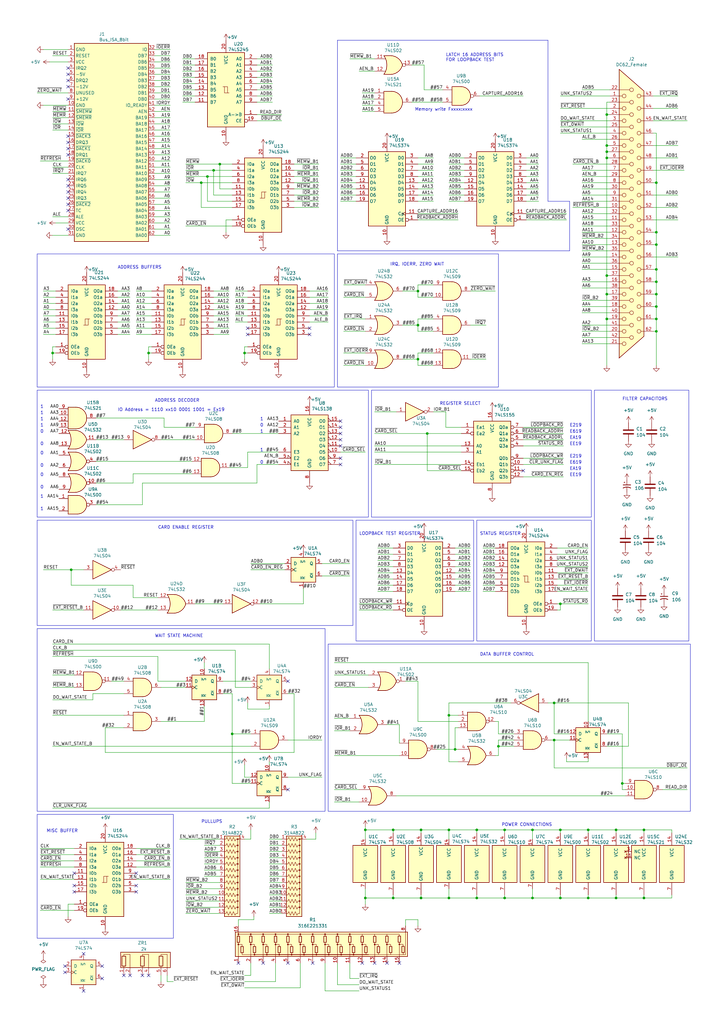
<source format=kicad_sch>
(kicad_sch (version 20230121) (generator eeschema)
  (paper "A3" portrait)
  (lib_symbols
    (symbol "74xx:74LS00" (pin_names (offset 1.016))
      (property "Reference" "U" (at 0 1.27 0))
      (property "Value" "74LS00" (at 0 -1.27 0))
      (symbol "74LS00_1_1"
        (pin input line (at -7.62 2.54 0) (length 3.81) (name "~") (number "1"))
        (pin input line (at -7.62 -2.54 0) (length 3.81) (name "~") (number "2"))
        (pin output inverted (at 7.62 0 180) (length 3.81) (name "~") (number "3"))
      )
      (symbol "74LS00_1_2"
        (pin input inverted (at -7.62 2.54 0) (length 4.318) (name "~") (number "1"))
        (pin input inverted (at -7.62 -2.54 0) (length 4.318) (name "~") (number "2"))
        (pin output line (at 7.62 0 180) (length 3.81) (name "~") (number "3"))
      )
      (symbol "74LS00_2_1"
        (pin input line (at -7.62 2.54 0) (length 3.81) (name "~") (number "4"))
        (pin input line (at -7.62 -2.54 0) (length 3.81) (name "~") (number "5"))
        (pin output inverted (at 7.62 0 180) (length 3.81) (name "~") (number "6"))
      )
      (symbol "74LS00_2_2"
        (pin input inverted (at -7.62 2.54 0) (length 4.318) (name "~") (number "4"))
        (pin input inverted (at -7.62 -2.54 0) (length 4.318) (name "~") (number "5"))
        (pin output line (at 7.62 0 180) (length 3.81) (name "~") (number "6"))
      )
      (symbol "74LS00_3_1"
        (pin input line (at -7.62 -2.54 0) (length 3.81) (name "~") (number "10"))
        (pin output inverted (at 7.62 0 180) (length 3.81) (name "~") (number "8"))
        (pin input line (at -7.62 2.54 0) (length 3.81) (name "~") (number "9"))
      )
      (symbol "74LS00_3_2"
        (pin input inverted (at -7.62 -2.54 0) (length 4.318) (name "~") (number "10"))
        (pin output line (at 7.62 0 180) (length 3.81) (name "~") (number "8"))
        (pin input inverted (at -7.62 2.54 0) (length 4.318) (name "~") (number "9"))
      )
      (symbol "74LS00_4_1"
        (pin output inverted (at 7.62 0 180) (length 3.81) (name "~") (number "11"))
        (pin input line (at -7.62 2.54 0) (length 3.81) (name "~") (number "12"))
        (pin input line (at -7.62 -2.54 0) (length 3.81) (name "~") (number "13"))
      )
      (symbol "74LS00_4_2"
        (pin output line (at 7.62 0 180) (length 3.81) (name "~") (number "11"))
        (pin input inverted (at -7.62 2.54 0) (length 4.318) (name "~") (number "12"))
        (pin input inverted (at -7.62 -2.54 0) (length 4.318) (name "~") (number "13"))
      )
      (symbol "74LS00_5_0"
        (pin power_in line (at 0 12.7 270) (length 5.08) (name "VCC") (number "14"))
        (pin power_in line (at 0 -12.7 90) (length 5.08) (name "GND") (number "7"))
      )
    )
    (symbol "74xx:74LS02" (pin_names (offset 1.016))
      (property "Reference" "U" (at 0 1.27 0))
      (property "Value" "74LS02" (at 0 -1.27 0))
      (symbol "74LS02_1_1"
        (pin output inverted (at 7.62 0 180) (length 3.81) (name "~") (number "1"))
        (pin input line (at -7.62 2.54 0) (length 4.318) (name "~") (number "2"))
        (pin input line (at -7.62 -2.54 0) (length 4.318) (name "~") (number "3"))
      )
      (symbol "74LS02_1_2"
        (pin output line (at 7.62 0 180) (length 3.81) (name "~") (number "1"))
        (pin input inverted (at -7.62 2.54 0) (length 3.81) (name "~") (number "2"))
        (pin input inverted (at -7.62 -2.54 0) (length 3.81) (name "~") (number "3"))
      )
      (symbol "74LS02_2_1"
        (pin output inverted (at 7.62 0 180) (length 3.81) (name "~") (number "4"))
        (pin input line (at -7.62 2.54 0) (length 4.318) (name "~") (number "5"))
        (pin input line (at -7.62 -2.54 0) (length 4.318) (name "~") (number "6"))
      )
      (symbol "74LS02_2_2"
        (pin output line (at 7.62 0 180) (length 3.81) (name "~") (number "4"))
        (pin input inverted (at -7.62 2.54 0) (length 3.81) (name "~") (number "5"))
        (pin input inverted (at -7.62 -2.54 0) (length 3.81) (name "~") (number "6"))
      )
      (symbol "74LS02_3_1"
        (pin output inverted (at 7.62 0 180) (length 3.81) (name "~") (number "10"))
        (pin input line (at -7.62 2.54 0) (length 4.318) (name "~") (number "8"))
        (pin input line (at -7.62 -2.54 0) (length 4.318) (name "~") (number "9"))
      )
      (symbol "74LS02_3_2"
        (pin output line (at 7.62 0 180) (length 3.81) (name "~") (number "10"))
        (pin input inverted (at -7.62 2.54 0) (length 3.81) (name "~") (number "8"))
        (pin input inverted (at -7.62 -2.54 0) (length 3.81) (name "~") (number "9"))
      )
      (symbol "74LS02_4_1"
        (pin input line (at -7.62 2.54 0) (length 4.318) (name "~") (number "11"))
        (pin input line (at -7.62 -2.54 0) (length 4.318) (name "~") (number "12"))
        (pin output inverted (at 7.62 0 180) (length 3.81) (name "~") (number "13"))
      )
      (symbol "74LS02_4_2"
        (pin input inverted (at -7.62 2.54 0) (length 3.81) (name "~") (number "11"))
        (pin input inverted (at -7.62 -2.54 0) (length 3.81) (name "~") (number "12"))
        (pin output line (at 7.62 0 180) (length 3.81) (name "~") (number "13"))
      )
      (symbol "74LS02_5_0"
        (pin power_in line (at 0 12.7 270) (length 5.08) (name "VCC") (number "14"))
        (pin power_in line (at 0 -12.7 90) (length 5.08) (name "GND") (number "7"))
      )
    )
    (symbol "74xx:74LS04"
      (property "Reference" "U" (at 0 1.27 0))
      (property "Value" "74LS04" (at 0 -1.27 0))
      (symbol "74LS04_1_0"
        (pin input line (at -7.62 0 0) (length 3.81) (name "~") (number "1"))
        (pin output inverted (at 7.62 0 180) (length 3.81) (name "~") (number "2"))
      )
      (symbol "74LS04_2_0"
        (pin input line (at -7.62 0 0) (length 3.81) (name "~") (number "3"))
        (pin output inverted (at 7.62 0 180) (length 3.81) (name "~") (number "4"))
      )
      (symbol "74LS04_3_0"
        (pin input line (at -7.62 0 0) (length 3.81) (name "~") (number "5"))
        (pin output inverted (at 7.62 0 180) (length 3.81) (name "~") (number "6"))
      )
      (symbol "74LS04_4_0"
        (pin output inverted (at 7.62 0 180) (length 3.81) (name "~") (number "8"))
        (pin input line (at -7.62 0 0) (length 3.81) (name "~") (number "9"))
      )
      (symbol "74LS04_5_0"
        (pin output inverted (at 7.62 0 180) (length 3.81) (name "~") (number "10"))
        (pin input line (at -7.62 0 0) (length 3.81) (name "~") (number "11"))
      )
      (symbol "74LS04_6_0"
        (pin output inverted (at 7.62 0 180) (length 3.81) (name "~") (number "12"))
        (pin input line (at -7.62 0 0) (length 3.81) (name "~") (number "13"))
      )
      (symbol "74LS04_7_0"
        (pin power_in line (at 0 12.7 270) (length 5.08) (name "VCC") (number "14"))
        (pin power_in line (at 0 -12.7 90) (length 5.08) (name "GND") (number "7"))
      )
    )
    (symbol "74xx:74LS08" (pin_names (offset 1.016))
      (property "Reference" "U" (at 0 1.27 0))
      (property "Value" "74LS08" (at 0 -1.27 0))
      (symbol "74LS08_1_1"
        (pin input line (at -7.62 2.54 0) (length 3.81) (name "~") (number "1"))
        (pin input line (at -7.62 -2.54 0) (length 3.81) (name "~") (number "2"))
        (pin output line (at 7.62 0 180) (length 3.81) (name "~") (number "3"))
      )
      (symbol "74LS08_1_2"
        (pin input inverted (at -7.62 2.54 0) (length 4.318) (name "~") (number "1"))
        (pin input inverted (at -7.62 -2.54 0) (length 4.318) (name "~") (number "2"))
        (pin output inverted (at 7.62 0 180) (length 3.81) (name "~") (number "3"))
      )
      (symbol "74LS08_2_1"
        (pin input line (at -7.62 2.54 0) (length 3.81) (name "~") (number "4"))
        (pin input line (at -7.62 -2.54 0) (length 3.81) (name "~") (number "5"))
        (pin output line (at 7.62 0 180) (length 3.81) (name "~") (number "6"))
      )
      (symbol "74LS08_2_2"
        (pin input inverted (at -7.62 2.54 0) (length 4.318) (name "~") (number "4"))
        (pin input inverted (at -7.62 -2.54 0) (length 4.318) (name "~") (number "5"))
        (pin output inverted (at 7.62 0 180) (length 3.81) (name "~") (number "6"))
      )
      (symbol "74LS08_3_1"
        (pin input line (at -7.62 -2.54 0) (length 3.81) (name "~") (number "10"))
        (pin output line (at 7.62 0 180) (length 3.81) (name "~") (number "8"))
        (pin input line (at -7.62 2.54 0) (length 3.81) (name "~") (number "9"))
      )
      (symbol "74LS08_3_2"
        (pin input inverted (at -7.62 -2.54 0) (length 4.318) (name "~") (number "10"))
        (pin output inverted (at 7.62 0 180) (length 3.81) (name "~") (number "8"))
        (pin input inverted (at -7.62 2.54 0) (length 4.318) (name "~") (number "9"))
      )
      (symbol "74LS08_4_1"
        (pin output line (at 7.62 0 180) (length 3.81) (name "~") (number "11"))
        (pin input line (at -7.62 2.54 0) (length 3.81) (name "~") (number "12"))
        (pin input line (at -7.62 -2.54 0) (length 3.81) (name "~") (number "13"))
      )
      (symbol "74LS08_4_2"
        (pin output inverted (at 7.62 0 180) (length 3.81) (name "~") (number "11"))
        (pin input inverted (at -7.62 2.54 0) (length 4.318) (name "~") (number "12"))
        (pin input inverted (at -7.62 -2.54 0) (length 4.318) (name "~") (number "13"))
      )
      (symbol "74LS08_5_0"
        (pin power_in line (at 0 12.7 270) (length 5.08) (name "VCC") (number "14"))
        (pin power_in line (at 0 -12.7 90) (length 5.08) (name "GND") (number "7"))
      )
    )
    (symbol "74xx:74LS09" (pin_names (offset 1.016))
      (property "Reference" "U" (at 0 1.27 0))
      (property "Value" "74LS09" (at 0 -1.27 0))
      (symbol "74LS09_1_1"
        (pin input line (at -7.62 2.54 0) (length 3.81) (name "~") (number "1"))
        (pin input line (at -7.62 -2.54 0) (length 3.81) (name "~") (number "2"))
        (pin open_collector line (at 7.62 0 180) (length 3.81) (name "~") (number "3"))
      )
      (symbol "74LS09_1_2"
        (pin input inverted (at -7.62 2.54 0) (length 4.318) (name "~") (number "1"))
        (pin input inverted (at -7.62 -2.54 0) (length 4.318) (name "~") (number "2"))
        (pin output inverted (at 7.62 0 180) (length 3.81) (name "~") (number "3"))
      )
      (symbol "74LS09_2_1"
        (pin input line (at -7.62 2.54 0) (length 3.81) (name "~") (number "4"))
        (pin input line (at -7.62 -2.54 0) (length 3.81) (name "~") (number "5"))
        (pin open_collector line (at 7.62 0 180) (length 3.81) (name "~") (number "6"))
      )
      (symbol "74LS09_2_2"
        (pin input inverted (at -7.62 2.54 0) (length 4.318) (name "~") (number "4"))
        (pin input inverted (at -7.62 -2.54 0) (length 4.318) (name "~") (number "5"))
        (pin output inverted (at 7.62 0 180) (length 3.81) (name "~") (number "6"))
      )
      (symbol "74LS09_3_1"
        (pin input line (at -7.62 -2.54 0) (length 3.81) (name "~") (number "10"))
        (pin open_collector line (at 7.62 0 180) (length 3.81) (name "~") (number "8"))
        (pin input line (at -7.62 2.54 0) (length 3.81) (name "~") (number "9"))
      )
      (symbol "74LS09_3_2"
        (pin input inverted (at -7.62 -2.54 0) (length 4.318) (name "~") (number "10"))
        (pin output inverted (at 7.62 0 180) (length 3.81) (name "~") (number "8"))
        (pin input inverted (at -7.62 2.54 0) (length 4.318) (name "~") (number "9"))
      )
      (symbol "74LS09_4_1"
        (pin open_collector line (at 7.62 0 180) (length 3.81) (name "~") (number "11"))
        (pin input line (at -7.62 2.54 0) (length 3.81) (name "~") (number "12"))
        (pin input line (at -7.62 -2.54 0) (length 3.81) (name "~") (number "13"))
      )
      (symbol "74LS09_4_2"
        (pin output inverted (at 7.62 0 180) (length 3.81) (name "~") (number "11"))
        (pin input inverted (at -7.62 2.54 0) (length 4.318) (name "~") (number "12"))
        (pin input inverted (at -7.62 -2.54 0) (length 4.318) (name "~") (number "13"))
      )
      (symbol "74LS09_5_0"
        (pin power_in line (at 0 12.7 270) (length 5.08) (name "VCC") (number "14"))
        (pin power_in line (at 0 -12.7 90) (length 5.08) (name "GND") (number "7"))
      )
    )
    (symbol "74xx:74LS10" (pin_names (offset 1.016))
      (property "Reference" "U" (at 0 1.27 0))
      (property "Value" "74LS10" (at 0 -1.27 0))
      (symbol "74LS10_1_1"
        (pin input line (at -7.62 2.54 0) (length 3.81) (name "~") (number "1"))
        (pin output inverted (at 7.62 0 180) (length 3.81) (name "~") (number "12"))
        (pin input line (at -7.62 -2.54 0) (length 3.81) (name "~") (number "13"))
        (pin input line (at -7.62 0 0) (length 3.81) (name "~") (number "2"))
      )
      (symbol "74LS10_1_2"
        (pin input inverted (at -7.62 2.54 0) (length 4.318) (name "~") (number "1"))
        (pin output line (at 7.62 0 180) (length 3.81) (name "~") (number "12"))
        (pin input inverted (at -7.62 -2.54 0) (length 4.318) (name "~") (number "13"))
        (pin input inverted (at -7.62 0 0) (length 4.953) (name "~") (number "2"))
      )
      (symbol "74LS10_2_1"
        (pin input line (at -7.62 2.54 0) (length 3.81) (name "~") (number "3"))
        (pin input line (at -7.62 0 0) (length 3.81) (name "~") (number "4"))
        (pin input line (at -7.62 -2.54 0) (length 3.81) (name "~") (number "5"))
        (pin output inverted (at 7.62 0 180) (length 3.81) (name "~") (number "6"))
      )
      (symbol "74LS10_2_2"
        (pin input inverted (at -7.62 2.54 0) (length 4.318) (name "~") (number "3"))
        (pin input inverted (at -7.62 0 0) (length 4.953) (name "~") (number "4"))
        (pin input inverted (at -7.62 -2.54 0) (length 4.318) (name "~") (number "5"))
        (pin output line (at 7.62 0 180) (length 3.81) (name "~") (number "6"))
      )
      (symbol "74LS10_3_1"
        (pin input line (at -7.62 0 0) (length 3.81) (name "~") (number "10"))
        (pin input line (at -7.62 -2.54 0) (length 3.81) (name "~") (number "11"))
        (pin output inverted (at 7.62 0 180) (length 3.81) (name "~") (number "8"))
        (pin input line (at -7.62 2.54 0) (length 3.81) (name "~") (number "9"))
      )
      (symbol "74LS10_3_2"
        (pin input inverted (at -7.62 0 0) (length 4.953) (name "~") (number "10"))
        (pin input inverted (at -7.62 -2.54 0) (length 4.318) (name "~") (number "11"))
        (pin output line (at 7.62 0 180) (length 3.81) (name "~") (number "8"))
        (pin input inverted (at -7.62 2.54 0) (length 4.318) (name "~") (number "9"))
      )
      (symbol "74LS10_4_0"
        (pin power_in line (at 0 12.7 270) (length 5.08) (name "VCC") (number "14"))
        (pin power_in line (at 0 -12.7 90) (length 5.08) (name "GND") (number "7"))
      )
    )
    (symbol "74xx:74LS138" (pin_names (offset 1.016))
      (property "Reference" "U" (at -7.62 11.43 0))
      (property "Value" "74LS138" (at -7.62 -13.97 0))
      (symbol "74LS138_1_0"
        (pin input line (at -12.7 7.62 0) (length 5.08) (name "A0") (number "1"))
        (pin output output_low (at 12.7 -5.08 180) (length 5.08) (name "O5") (number "10"))
        (pin output output_low (at 12.7 -2.54 180) (length 5.08) (name "O4") (number "11"))
        (pin output output_low (at 12.7 0 180) (length 5.08) (name "O3") (number "12"))
        (pin output output_low (at 12.7 2.54 180) (length 5.08) (name "O2") (number "13"))
        (pin output output_low (at 12.7 5.08 180) (length 5.08) (name "O1") (number "14"))
        (pin output output_low (at 12.7 7.62 180) (length 5.08) (name "O0") (number "15"))
        (pin power_in line (at 0 15.24 270) (length 5.08) (name "VCC") (number "16"))
        (pin input line (at -12.7 5.08 0) (length 5.08) (name "A1") (number "2"))
        (pin input line (at -12.7 2.54 0) (length 5.08) (name "A2") (number "3"))
        (pin input input_low (at -12.7 -10.16 0) (length 5.08) (name "E1") (number "4"))
        (pin input input_low (at -12.7 -7.62 0) (length 5.08) (name "E2") (number "5"))
        (pin input line (at -12.7 -5.08 0) (length 5.08) (name "E3") (number "6"))
        (pin output output_low (at 12.7 -10.16 180) (length 5.08) (name "O7") (number "7"))
        (pin power_in line (at 0 -17.78 90) (length 5.08) (name "GND") (number "8"))
        (pin output output_low (at 12.7 -7.62 180) (length 5.08) (name "O6") (number "9"))
      )
    )
    (symbol "74xx:74LS155" (pin_names (offset 1.016))
      (property "Reference" "U" (at -7.62 13.97 0))
      (property "Value" "74LS155" (at -7.62 -13.97 0))
      (symbol "74LS155_1_0"
        (pin input line (at -12.7 10.16 0) (length 5.08) (name "Ea1") (number "1"))
        (pin output inverted (at 12.7 -5.08 180) (length 5.08) (name "Q1b") (number "10"))
        (pin output inverted (at 12.7 -7.62 180) (length 5.08) (name "Q2b") (number "11"))
        (pin output inverted (at 12.7 -10.16 180) (length 5.08) (name "Q3b") (number "12"))
        (pin input line (at -12.7 2.54 0) (length 5.08) (name "A0") (number "13"))
        (pin input inverted (at -12.7 -5.08 0) (length 5.08) (name "Eb1") (number "14"))
        (pin input inverted (at -12.7 -7.62 0) (length 5.08) (name "Eb2") (number "15"))
        (pin power_in line (at 0 17.78 270) (length 5.08) (name "VCC") (number "16"))
        (pin input inverted (at -12.7 7.62 0) (length 5.08) (name "Ea2") (number "2"))
        (pin input line (at -12.7 0 0) (length 5.08) (name "A1") (number "3"))
        (pin output inverted (at 12.7 2.54 180) (length 5.08) (name "Q3a") (number "4"))
        (pin output inverted (at 12.7 5.08 180) (length 5.08) (name "Q2a") (number "5"))
        (pin output inverted (at 12.7 7.62 180) (length 5.08) (name "Q1a") (number "6"))
        (pin output inverted (at 12.7 10.16 180) (length 5.08) (name "Q0a") (number "7"))
        (pin power_in line (at 0 -17.78 90) (length 5.08) (name "GND") (number "8"))
        (pin output inverted (at 12.7 -2.54 180) (length 5.08) (name "Q0b") (number "9"))
      )
    )
    (symbol "74xx:74LS21" (pin_names (offset 1.016))
      (property "Reference" "U" (at 0 1.27 0))
      (property "Value" "74LS21" (at 0 -1.27 0))
      (symbol "74LS21_1_1"
        (pin input line (at -7.62 3.81 0) (length 3.81) (name "~") (number "1"))
        (pin input line (at -7.62 1.27 0) (length 3.81) (name "~") (number "2"))
        (pin input line (at -7.62 -1.27 0) (length 3.81) (name "~") (number "4"))
        (pin input line (at -7.62 -3.81 0) (length 3.81) (name "~") (number "5"))
        (pin output line (at 7.62 0 180) (length 3.81) (name "~") (number "6"))
      )
      (symbol "74LS21_1_2"
        (pin input inverted (at -7.62 3.81 0) (length 3.81) (name "~") (number "1"))
        (pin input inverted (at -7.62 1.27 0) (length 4.826) (name "~") (number "2"))
        (pin input inverted (at -7.62 -1.27 0) (length 4.826) (name "~") (number "4"))
        (pin input inverted (at -7.62 -3.81 0) (length 3.81) (name "~") (number "5"))
        (pin output inverted (at 7.62 0 180) (length 3.81) (name "~") (number "6"))
      )
      (symbol "74LS21_2_1"
        (pin input line (at -7.62 1.27 0) (length 3.81) (name "~") (number "10"))
        (pin input line (at -7.62 -1.27 0) (length 3.81) (name "~") (number "12"))
        (pin input line (at -7.62 -3.81 0) (length 3.81) (name "~") (number "13"))
        (pin output line (at 7.62 0 180) (length 3.81) (name "~") (number "8"))
        (pin input line (at -7.62 3.81 0) (length 3.81) (name "~") (number "9"))
      )
      (symbol "74LS21_2_2"
        (pin input inverted (at -7.62 1.27 0) (length 4.826) (name "~") (number "10"))
        (pin input inverted (at -7.62 -1.27 0) (length 4.826) (name "~") (number "12"))
        (pin input inverted (at -7.62 -3.81 0) (length 3.81) (name "~") (number "13"))
        (pin output inverted (at 7.62 0 180) (length 3.81) (name "~") (number "8"))
        (pin input inverted (at -7.62 3.81 0) (length 3.81) (name "~") (number "9"))
      )
      (symbol "74LS21_3_0"
        (pin power_in line (at 0 12.7 270) (length 5.08) (name "VCC") (number "14"))
        (pin power_in line (at 0 -12.7 90) (length 5.08) (name "GND") (number "7"))
      )
    )
    (symbol "74xx:74LS244" (pin_names (offset 1.016))
      (property "Reference" "U" (at -7.62 16.51 0))
      (property "Value" "74LS244" (at -7.62 -16.51 0))
      (symbol "74LS244_1_0"
        (pin input inverted (at -12.7 -10.16 0) (length 5.08) (name "OEa") (number "1"))
        (pin power_in line (at 0 -20.32 90) (length 5.08) (name "GND") (number "10"))
        (pin input line (at -12.7 2.54 0) (length 5.08) (name "I0b") (number "11"))
        (pin tri_state line (at 12.7 5.08 180) (length 5.08) (name "O3a") (number "12"))
        (pin input line (at -12.7 0 0) (length 5.08) (name "I1b") (number "13"))
        (pin tri_state line (at 12.7 7.62 180) (length 5.08) (name "O2a") (number "14"))
        (pin input line (at -12.7 -2.54 0) (length 5.08) (name "I2b") (number "15"))
        (pin tri_state line (at 12.7 10.16 180) (length 5.08) (name "O1a") (number "16"))
        (pin input line (at -12.7 -5.08 0) (length 5.08) (name "I3b") (number "17"))
        (pin tri_state line (at 12.7 12.7 180) (length 5.08) (name "O0a") (number "18"))
        (pin input inverted (at -12.7 -12.7 0) (length 5.08) (name "OEb") (number "19"))
        (pin input line (at -12.7 12.7 0) (length 5.08) (name "I0a") (number "2"))
        (pin power_in line (at 0 20.32 270) (length 5.08) (name "VCC") (number "20"))
        (pin tri_state line (at 12.7 -5.08 180) (length 5.08) (name "O3b") (number "3"))
        (pin input line (at -12.7 10.16 0) (length 5.08) (name "I1a") (number "4"))
        (pin tri_state line (at 12.7 -2.54 180) (length 5.08) (name "O2b") (number "5"))
        (pin input line (at -12.7 7.62 0) (length 5.08) (name "I2a") (number "6"))
        (pin tri_state line (at 12.7 0 180) (length 5.08) (name "O1b") (number "7"))
        (pin input line (at -12.7 5.08 0) (length 5.08) (name "I3a") (number "8"))
        (pin tri_state line (at 12.7 2.54 180) (length 5.08) (name "O0b") (number "9"))
      )
    )
    (symbol "74xx:74LS245" (pin_names (offset 1.016))
      (property "Reference" "U" (at -7.62 16.51 0))
      (property "Value" "74LS245" (at -7.62 -16.51 0))
      (symbol "74LS245_1_0"
        (pin input line (at -12.7 -10.16 0) (length 5.08) (name "A->B") (number "1"))
        (pin power_in line (at 0 -20.32 90) (length 5.08) (name "GND") (number "10"))
        (pin tri_state line (at 12.7 -5.08 180) (length 5.08) (name "B7") (number "11"))
        (pin tri_state line (at 12.7 -2.54 180) (length 5.08) (name "B6") (number "12"))
        (pin tri_state line (at 12.7 0 180) (length 5.08) (name "B5") (number "13"))
        (pin tri_state line (at 12.7 2.54 180) (length 5.08) (name "B4") (number "14"))
        (pin tri_state line (at 12.7 5.08 180) (length 5.08) (name "B3") (number "15"))
        (pin tri_state line (at 12.7 7.62 180) (length 5.08) (name "B2") (number "16"))
        (pin tri_state line (at 12.7 10.16 180) (length 5.08) (name "B1") (number "17"))
        (pin tri_state line (at 12.7 12.7 180) (length 5.08) (name "B0") (number "18"))
        (pin input inverted (at -12.7 -12.7 0) (length 5.08) (name "CE") (number "19"))
        (pin tri_state line (at -12.7 12.7 0) (length 5.08) (name "A0") (number "2"))
        (pin power_in line (at 0 20.32 270) (length 5.08) (name "VCC") (number "20"))
        (pin tri_state line (at -12.7 10.16 0) (length 5.08) (name "A1") (number "3"))
        (pin tri_state line (at -12.7 7.62 0) (length 5.08) (name "A2") (number "4"))
        (pin tri_state line (at -12.7 5.08 0) (length 5.08) (name "A3") (number "5"))
        (pin tri_state line (at -12.7 2.54 0) (length 5.08) (name "A4") (number "6"))
        (pin tri_state line (at -12.7 0 0) (length 5.08) (name "A5") (number "7"))
        (pin tri_state line (at -12.7 -2.54 0) (length 5.08) (name "A6") (number "8"))
        (pin tri_state line (at -12.7 -5.08 0) (length 5.08) (name "A7") (number "9"))
      )
    )
    (symbol "74xx:74LS32" (pin_names (offset 1.016))
      (property "Reference" "U" (at 0 1.27 0))
      (property "Value" "74LS32" (at 0 -1.27 0))
      (symbol "74LS32_1_1"
        (pin input line (at -7.62 2.54 0) (length 4.318) (name "~") (number "1"))
        (pin input line (at -7.62 -2.54 0) (length 4.318) (name "~") (number "2"))
        (pin output line (at 7.62 0 180) (length 3.81) (name "~") (number "3"))
      )
      (symbol "74LS32_1_2"
        (pin input inverted (at -7.62 2.54 0) (length 3.81) (name "~") (number "1"))
        (pin input inverted (at -7.62 -2.54 0) (length 3.81) (name "~") (number "2"))
        (pin output inverted (at 7.62 0 180) (length 3.81) (name "~") (number "3"))
      )
      (symbol "74LS32_2_1"
        (pin input line (at -7.62 2.54 0) (length 4.318) (name "~") (number "4"))
        (pin input line (at -7.62 -2.54 0) (length 4.318) (name "~") (number "5"))
        (pin output line (at 7.62 0 180) (length 3.81) (name "~") (number "6"))
      )
      (symbol "74LS32_2_2"
        (pin input inverted (at -7.62 2.54 0) (length 3.81) (name "~") (number "4"))
        (pin input inverted (at -7.62 -2.54 0) (length 3.81) (name "~") (number "5"))
        (pin output inverted (at 7.62 0 180) (length 3.81) (name "~") (number "6"))
      )
      (symbol "74LS32_3_1"
        (pin input line (at -7.62 -2.54 0) (length 4.318) (name "~") (number "10"))
        (pin output line (at 7.62 0 180) (length 3.81) (name "~") (number "8"))
        (pin input line (at -7.62 2.54 0) (length 4.318) (name "~") (number "9"))
      )
      (symbol "74LS32_3_2"
        (pin input inverted (at -7.62 -2.54 0) (length 3.81) (name "~") (number "10"))
        (pin output inverted (at 7.62 0 180) (length 3.81) (name "~") (number "8"))
        (pin input inverted (at -7.62 2.54 0) (length 3.81) (name "~") (number "9"))
      )
      (symbol "74LS32_4_1"
        (pin output line (at 7.62 0 180) (length 3.81) (name "~") (number "11"))
        (pin input line (at -7.62 2.54 0) (length 4.318) (name "~") (number "12"))
        (pin input line (at -7.62 -2.54 0) (length 4.318) (name "~") (number "13"))
      )
      (symbol "74LS32_4_2"
        (pin output inverted (at 7.62 0 180) (length 3.81) (name "~") (number "11"))
        (pin input inverted (at -7.62 2.54 0) (length 3.81) (name "~") (number "12"))
        (pin input inverted (at -7.62 -2.54 0) (length 3.81) (name "~") (number "13"))
      )
      (symbol "74LS32_5_0"
        (pin power_in line (at 0 12.7 270) (length 5.08) (name "VCC") (number "14"))
        (pin power_in line (at 0 -12.7 90) (length 5.08) (name "GND") (number "7"))
      )
    )
    (symbol "74xx:74LS374"
      (property "Reference" "U" (at -7.62 16.51 0))
      (property "Value" "74LS374" (at -7.62 -16.51 0))
      (symbol "74LS374_1_0"
        (pin input inverted (at -12.7 -12.7 0) (length 5.08) (name "OE") (number "1"))
        (pin power_in line (at 0 -20.32 90) (length 5.08) (name "GND") (number "10"))
        (pin input clock (at -12.7 -10.16 0) (length 5.08) (name "Cp") (number "11"))
        (pin tri_state line (at 12.7 2.54 180) (length 5.08) (name "O4") (number "12"))
        (pin input line (at -12.7 2.54 0) (length 5.08) (name "D4") (number "13"))
        (pin input line (at -12.7 0 0) (length 5.08) (name "D5") (number "14"))
        (pin tri_state line (at 12.7 0 180) (length 5.08) (name "O5") (number "15"))
        (pin tri_state line (at 12.7 -2.54 180) (length 5.08) (name "O6") (number "16"))
        (pin input line (at -12.7 -2.54 0) (length 5.08) (name "D6") (number "17"))
        (pin input line (at -12.7 -5.08 0) (length 5.08) (name "D7") (number "18"))
        (pin tri_state line (at 12.7 -5.08 180) (length 5.08) (name "O7") (number "19"))
        (pin tri_state line (at 12.7 12.7 180) (length 5.08) (name "O0") (number "2"))
        (pin power_in line (at 0 20.32 270) (length 5.08) (name "VCC") (number "20"))
        (pin input line (at -12.7 12.7 0) (length 5.08) (name "D0") (number "3"))
        (pin input line (at -12.7 10.16 0) (length 5.08) (name "D1") (number "4"))
        (pin tri_state line (at 12.7 10.16 180) (length 5.08) (name "O1") (number "5"))
        (pin tri_state line (at 12.7 7.62 180) (length 5.08) (name "O2") (number "6"))
        (pin input line (at -12.7 7.62 0) (length 5.08) (name "D2") (number "7"))
        (pin input line (at -12.7 5.08 0) (length 5.08) (name "D3") (number "8"))
        (pin tri_state line (at 12.7 5.08 180) (length 5.08) (name "O3") (number "9"))
      )
    )
    (symbol "74xx:74LS74" (pin_names (offset 1.016))
      (property "Reference" "U" (at -7.62 8.89 0))
      (property "Value" "74LS74" (at -7.62 -8.89 0))
      (symbol "74LS74_1_0"
        (pin input line (at 0 -7.62 90) (length 2.54) (name "~{R}") (number "1"))
        (pin input line (at -7.62 2.54 0) (length 2.54) (name "D") (number "2"))
        (pin input clock (at -7.62 0 0) (length 2.54) (name "C") (number "3"))
        (pin input line (at 0 7.62 270) (length 2.54) (name "~{S}") (number "4"))
        (pin output line (at 7.62 2.54 180) (length 2.54) (name "Q") (number "5"))
        (pin output line (at 7.62 -2.54 180) (length 2.54) (name "~{Q}") (number "6"))
      )
      (symbol "74LS74_2_0"
        (pin input line (at 0 7.62 270) (length 2.54) (name "~{S}") (number "10"))
        (pin input clock (at -7.62 0 0) (length 2.54) (name "C") (number "11"))
        (pin input line (at -7.62 2.54 0) (length 2.54) (name "D") (number "12"))
        (pin input line (at 0 -7.62 90) (length 2.54) (name "~{R}") (number "13"))
        (pin output line (at 7.62 -2.54 180) (length 2.54) (name "~{Q}") (number "8"))
        (pin output line (at 7.62 2.54 180) (length 2.54) (name "Q") (number "9"))
      )
      (symbol "74LS74_3_0"
        (pin power_in line (at 0 10.16 270) (length 2.54) (name "VCC") (number "14"))
        (pin power_in line (at 0 -10.16 90) (length 2.54) (name "GND") (number "7"))
      )
    )
    (symbol "Connector:Bus_ISA_8bit"
      (property "Reference" "J" (at 0 42.545 0))
      (property "Value" "Bus_ISA_8bit" (at 0 -42.545 0))
      (symbol "Bus_ISA_8bit_1_1"
        (pin power_in line (at -17.78 38.1 0) (length 2.54) (name "GND") (number "1"))
        (pin power_in line (at -17.78 15.24 0) (length 2.54) (name "GND") (number "10"))
        (pin output line (at -17.78 12.7 0) (length 2.54) (name "~{SMEMW}") (number "11"))
        (pin output line (at -17.78 10.16 0) (length 2.54) (name "~{SMEMR}") (number "12"))
        (pin output line (at -17.78 7.62 0) (length 2.54) (name "~{IOW}") (number "13"))
        (pin output line (at -17.78 5.08 0) (length 2.54) (name "~{IOR}") (number "14"))
        (pin passive line (at -17.78 2.54 0) (length 2.54) (name "~{DACK3}") (number "15"))
        (pin passive line (at -17.78 0 0) (length 2.54) (name "DRQ3") (number "16"))
        (pin passive line (at -17.78 -2.54 0) (length 2.54) (name "~{DACK1}") (number "17"))
        (pin passive line (at -17.78 -5.08 0) (length 2.54) (name "DRQ1") (number "18"))
        (pin passive line (at -17.78 -7.62 0) (length 2.54) (name "~{DACK0}") (number "19"))
        (pin output line (at -17.78 35.56 0) (length 2.54) (name "RESET") (number "2"))
        (pin output line (at -17.78 -10.16 0) (length 2.54) (name "CLK") (number "20"))
        (pin passive line (at -17.78 -12.7 0) (length 2.54) (name "IRQ7") (number "21"))
        (pin passive line (at -17.78 -15.24 0) (length 2.54) (name "IRQ6") (number "22"))
        (pin passive line (at -17.78 -17.78 0) (length 2.54) (name "IRQ5") (number "23"))
        (pin passive line (at -17.78 -20.32 0) (length 2.54) (name "IRQ4") (number "24"))
        (pin passive line (at -17.78 -22.86 0) (length 2.54) (name "IRQ3") (number "25"))
        (pin passive line (at -17.78 -25.4 0) (length 2.54) (name "~{DACK2}") (number "26"))
        (pin passive line (at -17.78 -27.94 0) (length 2.54) (name "TC") (number "27"))
        (pin output line (at -17.78 -30.48 0) (length 2.54) (name "ALE") (number "28"))
        (pin power_in line (at -17.78 -33.02 0) (length 2.54) (name "VCC") (number "29"))
        (pin power_in line (at -17.78 33.02 0) (length 2.54) (name "VCC") (number "3"))
        (pin output line (at -17.78 -35.56 0) (length 2.54) (name "OSC") (number "30"))
        (pin power_in line (at -17.78 -38.1 0) (length 2.54) (name "GND") (number "31"))
        (pin passive line (at 17.78 38.1 180) (length 2.54) (name "IO") (number "32"))
        (pin tri_state line (at 17.78 35.56 180) (length 2.54) (name "DB7") (number "33"))
        (pin tri_state line (at 17.78 33.02 180) (length 2.54) (name "DB6") (number "34"))
        (pin tri_state line (at 17.78 30.48 180) (length 2.54) (name "DB5") (number "35"))
        (pin tri_state line (at 17.78 27.94 180) (length 2.54) (name "DB4") (number "36"))
        (pin tri_state line (at 17.78 25.4 180) (length 2.54) (name "DB3") (number "37"))
        (pin tri_state line (at 17.78 22.86 180) (length 2.54) (name "DB2") (number "38"))
        (pin tri_state line (at 17.78 20.32 180) (length 2.54) (name "DB1") (number "39"))
        (pin passive line (at -17.78 30.48 0) (length 2.54) (name "IRQ2") (number "4"))
        (pin tri_state line (at 17.78 17.78 180) (length 2.54) (name "DB0") (number "40"))
        (pin passive line (at 17.78 15.24 180) (length 2.54) (name "IO_READY") (number "41"))
        (pin output line (at 17.78 12.7 180) (length 2.54) (name "AEN") (number "42"))
        (pin tri_state line (at 17.78 10.16 180) (length 2.54) (name "BA19") (number "43"))
        (pin tri_state line (at 17.78 7.62 180) (length 2.54) (name "BA18") (number "44"))
        (pin tri_state line (at 17.78 5.08 180) (length 2.54) (name "BA17") (number "45"))
        (pin tri_state line (at 17.78 2.54 180) (length 2.54) (name "BA16") (number "46"))
        (pin tri_state line (at 17.78 0 180) (length 2.54) (name "BA15") (number "47"))
        (pin tri_state line (at 17.78 -2.54 180) (length 2.54) (name "BA14") (number "48"))
        (pin tri_state line (at 17.78 -5.08 180) (length 2.54) (name "BA13") (number "49"))
        (pin power_in line (at -17.78 27.94 0) (length 2.54) (name "-5V") (number "5"))
        (pin tri_state line (at 17.78 -7.62 180) (length 2.54) (name "BA12") (number "50"))
        (pin tri_state line (at 17.78 -10.16 180) (length 2.54) (name "BA11") (number "51"))
        (pin tri_state line (at 17.78 -12.7 180) (length 2.54) (name "BA10") (number "52"))
        (pin tri_state line (at 17.78 -15.24 180) (length 2.54) (name "BA09") (number "53"))
        (pin tri_state line (at 17.78 -17.78 180) (length 2.54) (name "BA08") (number "54"))
        (pin tri_state line (at 17.78 -20.32 180) (length 2.54) (name "BA07") (number "55"))
        (pin tri_state line (at 17.78 -22.86 180) (length 2.54) (name "BA06") (number "56"))
        (pin tri_state line (at 17.78 -25.4 180) (length 2.54) (name "BA05") (number "57"))
        (pin tri_state line (at 17.78 -27.94 180) (length 2.54) (name "BA04") (number "58"))
        (pin tri_state line (at 17.78 -30.48 180) (length 2.54) (name "BA03") (number "59"))
        (pin passive line (at -17.78 25.4 0) (length 2.54) (name "DRQ2") (number "6"))
        (pin tri_state line (at 17.78 -33.02 180) (length 2.54) (name "BA02") (number "60"))
        (pin tri_state line (at 17.78 -35.56 180) (length 2.54) (name "BA01") (number "61"))
        (pin tri_state line (at 17.78 -38.1 180) (length 2.54) (name "BA00") (number "62"))
        (pin power_in line (at -17.78 22.86 0) (length 2.54) (name "-12V") (number "7"))
        (pin passive line (at -17.78 20.32 0) (length 2.54) (name "UNUSED") (number "8"))
        (pin power_in line (at -17.78 17.78 0) (length 2.54) (name "+12V") (number "9"))
      )
    )
    (symbol "Device:C" (pin_numbers hide) (pin_names (offset 0.254))
      (property "Reference" "C" (at 0.635 2.54 0))
      (property "Value" "C" (at 0.635 -2.54 0))
      (symbol "C_1_1"
        (pin passive line (at 0 3.81 270) (length 2.794) (name "~") (number "1"))
        (pin passive line (at 0 -3.81 90) (length 2.794) (name "~") (number "2"))
      )
    )
    (symbol "Device:C_Polarized_Small_US" (pin_numbers hide) (pin_names (offset 0.254) hide)
      (property "Reference" "C" (at 0.254 1.778 0))
      (property "Value" "C_Polarized_Small_US" (at 0.254 -2.032 0))
      (symbol "C_Polarized_Small_US_1_1"
        (pin passive line (at 0 2.54 270) (length 2.032) (name "~") (number "1"))
        (pin passive line (at 0 -2.54 90) (length 2.032) (name "~") (number "2"))
      )
    )
    (symbol "Device:R_Pack03_SIP" (pin_names (offset 0) hide)
      (property "Reference" "RN" (at -10.16 0 90))
      (property "Value" "R_Pack03_SIP" (at 12.7 0 90))
      (symbol "R_Pack03_SIP_1_1"
        (pin passive line (at -7.62 -5.08 90) (length 3.81) (name "R1.1") (number "1"))
        (pin passive line (at -5.08 -5.08 90) (length 3.81) (name "R1.2") (number "2"))
        (pin passive line (at 0 -5.08 90) (length 3.81) (name "R2.1") (number "3"))
        (pin passive line (at 2.54 -5.08 90) (length 3.81) (name "R2.2") (number "4"))
        (pin passive line (at 7.62 -5.08 90) (length 3.81) (name "R3.1") (number "5"))
        (pin passive line (at 10.16 -5.08 90) (length 3.81) (name "R3.2") (number "6"))
      )
    )
    (symbol "custom:74LS21" (pin_names (offset 1.016))
      (property "Reference" "U" (at 0 1.27 0))
      (property "Value" "74LS21" (at 0 -1.27 0))
      (symbol "74LS21_1_1"
        (pin input line (at -7.62 3.81 0) (length 3.81) (name "~") (number "1"))
        (pin input line (at -7.62 1.27 0) (length 3.81) (name "~") (number "2"))
        (pin input line (at -7.62 -1.27 0) (length 3.81) (name "~") (number "4"))
        (pin input line (at -7.62 -3.81 0) (length 3.81) (name "~") (number "5"))
        (pin output line (at 7.62 0 180) (length 3.81) (name "~") (number "6"))
      )
      (symbol "74LS21_1_2"
        (pin input inverted (at -7.62 3.81 0) (length 3.81) (name "~") (number "1"))
        (pin input inverted (at -7.62 1.27 0) (length 4.826) (name "~") (number "2"))
        (pin input inverted (at -7.62 -1.27 0) (length 4.826) (name "~") (number "4"))
        (pin input inverted (at -7.62 -3.81 0) (length 3.81) (name "~") (number "5"))
        (pin output inverted (at 7.62 0 180) (length 3.81) (name "~") (number "6"))
      )
      (symbol "74LS21_2_1"
        (pin input line (at -7.62 1.27 0) (length 3.81) (name "~") (number "10"))
        (pin input line (at -7.62 -1.27 0) (length 3.81) (name "~") (number "12"))
        (pin input line (at -7.62 -3.81 0) (length 3.81) (name "~") (number "13"))
        (pin output line (at 7.62 0 180) (length 3.81) (name "~") (number "8"))
        (pin input line (at -7.62 3.81 0) (length 3.81) (name "~") (number "9"))
      )
      (symbol "74LS21_2_2"
        (pin input inverted (at -7.62 1.27 0) (length 4.826) (name "~") (number "10"))
        (pin input inverted (at -7.62 -1.27 0) (length 4.826) (name "~") (number "12"))
        (pin input inverted (at -7.62 -3.81 0) (length 3.81) (name "~") (number "13"))
        (pin output inverted (at 7.62 0 180) (length 3.81) (name "~") (number "8"))
        (pin input inverted (at -7.62 3.81 0) (length 3.81) (name "~") (number "9"))
      )
      (symbol "74LS21_3_0"
        (pin power_in line (at 0 12.7 270) (length 5.08) (name "VCC") (number "14"))
        (pin power_in line (at 0 -12.7 90) (length 5.08) (name "GND") (number "7"))
      )
      (symbol "74LS21_3_1"
        (pin no_connect line (at -7.62 2.54 0) (length 2.54) (name "NC") (number "11"))
        (pin no_connect line (at -7.62 5.08 0) (length 2.54) (name "NC") (number "3"))
      )
    )
    (symbol "custom:DC62_Female" (pin_names (offset 1.016) hide)
      (property "Reference" "J" (at 2.032 58.547 0))
      (property "Value" "DC62_Female" (at 0.762 -64.008 0))
      (symbol "DC62_Female_1_1"
        (pin passive line (at -7.62 45.72 0) (length 3.81) (name "1") (number "1"))
        (pin passive line (at -7.62 0 0) (length 3.81) (name "10") (number "10"))
        (pin passive line (at -7.62 -5.08 0) (length 3.81) (name "11") (number "11"))
        (pin passive line (at -7.62 -10.16 0) (length 3.81) (name "12") (number "12"))
        (pin passive line (at -7.62 -15.24 0) (length 3.81) (name "13") (number "13"))
        (pin passive line (at -7.62 -20.32 0) (length 3.81) (name "14") (number "14"))
        (pin passive line (at -7.62 -25.4 0) (length 3.81) (name "15") (number "15"))
        (pin passive line (at -7.62 -30.48 0) (length 3.81) (name "16") (number "16"))
        (pin passive line (at -7.62 -35.56 0) (length 3.81) (name "17") (number "17"))
        (pin passive line (at -7.62 -40.64 0) (length 3.81) (name "18") (number "18"))
        (pin passive line (at -7.62 -45.72 0) (length 3.81) (name "19") (number "19"))
        (pin passive line (at -7.62 40.64 0) (length 3.81) (name "2") (number "2"))
        (pin passive line (at -7.62 -50.8 0) (length 3.81) (name "20") (number "20"))
        (pin passive line (at -7.62 -55.88 0) (length 3.81) (name "21") (number "21"))
        (pin passive line (at -7.62 48.26 0) (length 3.81) (name "22") (number "22"))
        (pin passive line (at -7.62 43.18 0) (length 3.81) (name "23") (number "23"))
        (pin passive line (at -7.62 38.1 0) (length 3.81) (name "24") (number "24"))
        (pin passive line (at -7.62 33.02 0) (length 3.81) (name "25") (number "25"))
        (pin passive line (at -7.62 27.94 0) (length 3.81) (name "26") (number "26"))
        (pin passive line (at -7.62 22.86 0) (length 3.81) (name "27") (number "27"))
        (pin passive line (at -7.62 17.78 0) (length 3.81) (name "28") (number "28"))
        (pin passive line (at -7.62 12.7 0) (length 3.81) (name "29") (number "29"))
        (pin passive line (at -7.62 35.56 0) (length 3.81) (name "3") (number "3"))
        (pin passive line (at -7.62 7.62 0) (length 3.81) (name "30") (number "30"))
        (pin passive line (at -7.62 2.54 0) (length 3.81) (name "31") (number "31"))
        (pin passive line (at -7.62 -2.54 0) (length 3.81) (name "32") (number "32"))
        (pin passive line (at -7.62 -7.62 0) (length 3.81) (name "33") (number "33"))
        (pin passive line (at -7.62 -12.7 0) (length 3.81) (name "34") (number "34"))
        (pin passive line (at -7.62 -17.78 0) (length 3.81) (name "35") (number "35"))
        (pin passive line (at -7.62 -22.86 0) (length 3.81) (name "36") (number "36"))
        (pin passive line (at -7.62 -27.94 0) (length 3.81) (name "37") (number "37"))
        (pin passive line (at -7.62 -33.02 0) (length 3.81) (name "38") (number "38"))
        (pin passive line (at -7.62 -38.1 0) (length 3.81) (name "39") (number "39"))
        (pin passive line (at -7.62 30.48 0) (length 3.81) (name "4") (number "4"))
        (pin passive line (at -7.62 -43.18 0) (length 3.81) (name "40") (number "40"))
        (pin passive line (at -7.62 -48.26 0) (length 3.81) (name "41") (number "41"))
        (pin passive line (at -7.62 -53.34 0) (length 3.81) (name "42") (number "42"))
        (pin passive line (at 10.16 45.72 180) (length 3.81) (name "43") (number "43"))
        (pin passive line (at 10.16 40.64 180) (length 3.81) (name "44") (number "44"))
        (pin passive line (at 10.16 35.56 180) (length 3.81) (name "45") (number "45"))
        (pin passive line (at 10.16 30.48 180) (length 3.81) (name "46") (number "46"))
        (pin passive line (at 10.16 25.4 180) (length 3.81) (name "47") (number "47"))
        (pin passive line (at 10.16 20.32 180) (length 3.81) (name "48") (number "48"))
        (pin passive line (at 10.16 15.24 180) (length 3.81) (name "49") (number "49"))
        (pin passive line (at -7.62 25.4 0) (length 3.81) (name "5") (number "5"))
        (pin passive line (at 10.16 10.16 180) (length 3.81) (name "50") (number "50"))
        (pin passive line (at 10.16 5.08 180) (length 3.81) (name "51") (number "51"))
        (pin passive line (at 10.16 0 180) (length 3.81) (name "52") (number "52"))
        (pin passive line (at 10.16 -5.08 180) (length 3.81) (name "53") (number "53"))
        (pin passive line (at 10.16 -10.16 180) (length 3.81) (name "54") (number "54"))
        (pin passive line (at 10.16 -15.24 180) (length 3.81) (name "55") (number "55"))
        (pin passive line (at 10.16 -20.32 180) (length 3.81) (name "56") (number "56"))
        (pin passive line (at 10.16 -25.4 180) (length 3.81) (name "57") (number "57"))
        (pin passive line (at 10.16 -30.48 180) (length 3.81) (name "58") (number "58"))
        (pin passive line (at 10.16 -35.56 180) (length 3.81) (name "59") (number "59"))
        (pin passive line (at -7.62 20.32 0) (length 3.81) (name "6") (number "6"))
        (pin passive line (at 10.16 -40.64 180) (length 3.81) (name "60") (number "60"))
        (pin passive line (at 10.16 -45.72 180) (length 3.81) (name "61") (number "61"))
        (pin passive line (at 10.16 -50.8 180) (length 3.81) (name "62") (number "62"))
        (pin passive line (at -7.62 15.24 0) (length 3.81) (name "7") (number "7"))
        (pin passive line (at -7.62 10.16 0) (length 3.81) (name "8") (number "8"))
        (pin passive line (at -7.62 5.08 0) (length 3.81) (name "9") (number "9"))
      )
    )
    (symbol "custom:R_Array_AB_314A" (pin_names (offset 0) hide)
      (property "Reference" "RN" (at -17.78 0 90))
      (property "Value" "R_Array_AB_314A" (at 17.78 0 90))
      (symbol "R_Array_AB_314A_1_1"
        (pin passive line (at -15.24 -5.08 90) (length 1.27) (name "R1") (number "1"))
        (pin passive line (at 7.62 -5.08 90) (length 1.27) (name "R10") (number "10"))
        (pin passive line (at 10.16 -5.08 90) (length 1.27) (name "R11") (number "11"))
        (pin passive line (at 12.7 -5.08 90) (length 1.27) (name "R12") (number "12"))
        (pin passive line (at 15.24 -5.08 90) (length 1.27) (name "R13") (number "13"))
        (pin passive line (at -15.24 5.08 270) (length 2.54) (name "common") (number "14"))
        (pin passive line (at -12.7 -5.08 90) (length 1.27) (name "R2") (number "2"))
        (pin passive line (at -10.16 -5.08 90) (length 1.27) (name "R3") (number "3"))
        (pin passive line (at -7.62 -5.08 90) (length 1.27) (name "R4") (number "4"))
        (pin passive line (at -5.08 -5.08 90) (length 1.27) (name "R5") (number "5"))
        (pin passive line (at -2.54 -5.08 90) (length 1.27) (name "R6") (number "6"))
        (pin passive line (at 0 -5.08 90) (length 1.27) (name "R7") (number "7"))
        (pin passive line (at 2.54 -5.08 90) (length 1.27) (name "R8") (number "8"))
        (pin passive line (at 5.08 -5.08 90) (length 1.27) (name "R9") (number "9"))
      )
    )
    (symbol "custom:R_Network_Dividers_AB_316E" (pin_names (offset 0) hide)
      (property "Reference" "R1" (at 3.0226 4.5974 0))
      (property "Value" "316E221331" (at 3.0226 2.286 0))
      (symbol "R_Network_Dividers_AB_316E_1_1"
        (pin passive line (at -30.48 -5.08 90) (length 2.54) (name "R1") (number "1"))
        (pin passive line (at 10.16 -5.08 90) (length 2.54) (name "R9") (number "10"))
        (pin passive line (at 15.24 -5.08 90) (length 2.54) (name "R10") (number "11"))
        (pin passive line (at 20.32 -5.08 90) (length 2.54) (name "R11") (number "12"))
        (pin passive line (at 25.4 -5.08 90) (length 2.54) (name "R12") (number "13"))
        (pin passive line (at 30.48 -5.08 90) (length 2.54) (name "R13") (number "14"))
        (pin passive line (at 35.56 -5.08 90) (length 2.54) (name "R14") (number "15"))
        (pin passive line (at -30.48 10.16 270) (length 2.54) (name "COM1") (number "16"))
        (pin passive line (at -25.4 -5.08 90) (length 2.54) (name "R2") (number "2"))
        (pin passive line (at -20.32 -5.08 90) (length 2.54) (name "R3") (number "3"))
        (pin passive line (at -15.24 -5.08 90) (length 2.54) (name "R4") (number "4"))
        (pin passive line (at -10.16 -5.08 90) (length 2.54) (name "R5") (number "5"))
        (pin passive line (at -5.08 -5.08 90) (length 2.54) (name "R6") (number "6"))
        (pin passive line (at 0 -5.08 90) (length 2.54) (name "R7") (number "7"))
        (pin passive line (at 38.1 10.16 270) (length 2.54) (name "COM2") (number "8"))
        (pin passive line (at 5.08 -5.08 90) (length 2.54) (name "R8") (number "9"))
      )
    )
    (symbol "power:+5V" (power) (pin_names (offset 0))
      (property "Value" "+5V" (at 0 3.556 0))
      (symbol "+5V_1_1"
        (pin power_in line (at 0 0 90) (length 0) hide (name "+5V") (number "1"))
      )
    )
    (symbol "power:GND" (power) (pin_names (offset 0))
      (property "Value" "GND" (at 0 -3.81 0))
      (symbol "GND_1_1"
        (pin power_in line (at 0 0 270) (length 0) hide (name "GND") (number "1"))
      )
    )
    (symbol "power:PWR_FLAG" (power) (pin_numbers hide) (pin_names (offset 0) hide)
      (property "Value" "PWR_FLAG" (at 0 3.81 0))
      (symbol "PWR_FLAG_0_0"
        (pin power_out line (at 0 0 90) (length 0) (name "pwr") (number "1"))
      )
    )
  )
  (junction (at 87.63 69.85))
  (junction (at 269.24 130.81))
  (junction (at 227.33 288.29))
  (junction (at 252.73 368.3))
  (junction (at 252.73 340.36))
  (junction (at 229.87 247.65))
  (junction (at 171.45 119.38))
  (junction (at 82.55 74.93))
  (junction (at 269.24 100.33))
  (junction (at 269.24 95.25))
  (junction (at 248.92 130.81))
  (junction (at 171.45 133.35))
  (junction (at 204.47 306.07))
  (junction (at 207.01 340.36))
  (junction (at 269.24 74.93))
  (junction (at 60.96 144.78))
  (junction (at 229.87 340.36))
  (junction (at 241.3 340.36))
  (junction (at 161.29 368.3))
  (junction (at 248.92 120.65))
  (junction (at 248.92 59.69))
  (junction (at 85.09 72.39))
  (junction (at 100.33 144.78))
  (junction (at 264.16 368.3))
  (junction (at 248.92 113.03))
  (junction (at 207.01 368.3))
  (junction (at 248.92 62.23))
  (junction (at 172.72 368.3))
  (junction (at 264.16 340.36))
  (junction (at 269.24 115.57))
  (junction (at 172.72 340.36))
  (junction (at 218.44 368.3))
  (junction (at 184.15 340.36))
  (junction (at 175.26 177.8))
  (junction (at 149.86 368.3))
  (junction (at 186.69 307.34))
  (junction (at 184.15 368.3))
  (junction (at 241.3 368.3))
  (junction (at 29.21 233.68))
  (junction (at 229.87 368.3))
  (junction (at 184.15 293.37))
  (junction (at 195.58 340.36))
  (junction (at 269.24 120.65))
  (junction (at 227.33 303.53))
  (junction (at 171.45 147.32))
  (junction (at 248.92 46.99))
  (junction (at 269.24 110.49))
  (junction (at 248.92 64.77))
  (junction (at 90.17 67.31))
  (junction (at 255.27 321.31))
  (junction (at 269.24 135.89))
  (junction (at 149.86 340.36))
  (junction (at 95.25 300.99))
  (junction (at 269.24 125.73))
  (junction (at 195.58 368.3))
  (junction (at 218.44 340.36))
  (junction (at 21.59 144.78))
  (junction (at 161.29 340.36))
  (no_connect (at 101.6 134.62))
  (no_connect (at 139.7 175.26))
  (no_connect (at 58.42 400.05))
  (no_connect (at 107.95 394.97))
  (no_connect (at 27.94 55.88))
  (no_connect (at 101.6 137.16))
  (no_connect (at 158.75 394.97))
  (no_connect (at 26.67 396.24))
  (no_connect (at 27.94 73.66))
  (no_connect (at 127 134.62))
  (no_connect (at 27.94 60.96))
  (no_connect (at 55.88 365.76))
  (no_connect (at 30.48 365.76))
  (no_connect (at 139.7 190.5))
  (no_connect (at 139.7 180.34))
  (no_connect (at 26.67 398.78))
  (no_connect (at 97.79 394.97))
  (no_connect (at 27.94 81.28))
  (no_connect (at 41.91 396.24))
  (no_connect (at 50.8 400.05))
  (no_connect (at 55.88 363.22))
  (no_connect (at 118.11 394.97))
  (no_connect (at 53.34 400.05))
  (no_connect (at 27.94 63.5))
  (no_connect (at 127 137.16))
  (no_connect (at 139.7 172.72))
  (no_connect (at 27.94 33.02))
  (no_connect (at 27.94 30.48))
  (no_connect (at 60.96 400.05))
  (no_connect (at 27.94 78.74))
  (no_connect (at 55.88 358.14))
  (no_connect (at 148.59 394.97))
  (no_connect (at 153.67 394.97))
  (no_connect (at 27.94 27.94))
  (no_connect (at 139.7 182.88))
  (no_connect (at 27.94 35.56))
  (no_connect (at 34.29 406.4))
  (no_connect (at 41.91 401.32))
  (no_connect (at 27.94 93.98))
  (no_connect (at 118.11 279.4))
  (no_connect (at 128.27 394.97))
  (no_connect (at 139.7 187.96))
  (no_connect (at 27.94 58.42))
  (no_connect (at 30.48 363.22))
  (no_connect (at 27.94 76.2))
  (no_connect (at 27.94 40.64))
  (no_connect (at 34.29 391.16))
  (no_connect (at 118.11 323.85))
  (no_connect (at 163.83 394.97))
  (no_connect (at 27.94 83.82))
  (no_connect (at 139.7 177.8))
  (no_connect (at 27.94 86.36))
  (no_connect (at 214.63 193.04))
  (no_connect (at 30.48 358.14))
  (wire (pts (xy 63.5 91.44) (xy 69.85 91.44)))
  (wire (pts (xy 22.86 91.44) (xy 27.94 91.44)))
  (wire (pts (xy 21.59 53.34) (xy 27.94 53.34)))
  (wire (pts (xy 186.69 229.87) (xy 193.04 229.87)))
  (wire (pts (xy 204.47 303.53) (xy 204.47 306.07)))
  (wire (pts (xy 177.8 168.91) (xy 182.88 168.91)))
  (wire (pts (xy 207.01 368.3) (xy 207.01 367.03)))
  (wire (pts (xy 171.45 80.01) (xy 177.8 80.01)))
  (wire (pts (xy 139.7 185.42) (xy 149.86 185.42)))
  (wire (pts (xy 149.86 339.09) (xy 149.86 340.36)))
  (wire (pts (xy 100.33 405.13) (xy 123.19 405.13)))
  (wire (pts (xy 139.7 72.39) (xy 146.05 72.39)))
  (wire (pts (xy 198.12 234.95) (xy 203.2 234.95)))
  (wire (pts (xy 43.18 298.45) (xy 50.8 298.45)))
  (wire (pts (xy 110.49 354.33) (xy 115.57 354.33)))
  (wire (pts (xy 184.15 293.37) (xy 187.96 293.37)))
  (wire (pts (xy 229.87 368.3) (xy 241.3 368.3)))
  (wire (pts (xy 137.16 323.85) (xy 147.32 323.85)))
  (wire (pts (xy 101.6 185.42) (xy 114.3 185.42)))
  (wire (pts (xy 63.5 68.58) (xy 69.85 68.58)))
  (wire (pts (xy 218.44 340.36) (xy 229.87 340.36)))
  (wire (pts (xy 110.49 349.25) (xy 115.57 349.25)))
  (wire (pts (xy 140.97 121.92) (xy 149.86 121.92)))
  (wire (pts (xy 96.52 132.08) (xy 101.6 132.08)))
  (wire (pts (xy 238.76 125.73) (xy 250.19 125.73)))
  (wire (pts (xy 153.67 185.42) (xy 189.23 185.42)))
  (wire (pts (xy 165.1 133.35) (xy 171.45 133.35)))
  (wire (pts (xy 210.82 300.99) (xy 204.47 300.99)))
  (wire (pts (xy 215.9 90.17) (xy 232.41 90.17)))
  (wire (pts (xy 74.93 24.13) (xy 80.01 24.13)))
  (wire (pts (xy 269.24 110.49) (xy 269.24 115.57)))
  (wire (pts (xy 140.97 130.81) (xy 149.86 130.81)))
  (wire (pts (xy 196.85 39.37) (xy 214.63 39.37)))
  (wire (pts (xy 184.15 288.29) (xy 209.55 288.29)))
  (wire (pts (xy 87.63 124.46) (xy 93.98 124.46)))
  (wire (pts (xy 124.46 247.65) (xy 106.68 247.65)))
  (wire (pts (xy 68.58 402.59) (xy 71.12 402.59)))
  (wire (pts (xy 96.52 127) (xy 101.6 127)))
  (wire (pts (xy 238.76 135.89) (xy 250.19 135.89)))
  (wire (pts (xy 63.5 63.5) (xy 69.85 63.5)))
  (wire (pts (xy 49.53 250.19) (xy 64.77 250.19)))
  (wire (pts (xy 105.41 39.37) (xy 111.76 39.37)))
  (wire (pts (xy 48.26 127) (xy 53.34 127)))
  (wire (pts (xy 110.49 356.87) (xy 115.57 356.87)))
  (wire (pts (xy 83.82 346.71) (xy 90.17 346.71)))
  (wire (pts (xy 238.76 69.85) (xy 250.19 69.85)))
  (wire (pts (xy 101.6 290.83) (xy 110.49 290.83)))
  (wire (pts (xy 102.87 233.68) (xy 116.84 233.68)))
  (wire (pts (xy 93.98 191.77) (xy 101.6 191.77)))
  (wire (pts (xy 63.5 43.18) (xy 69.85 43.18)))
  (wire (pts (xy 182.88 175.26) (xy 189.23 175.26)))
  (wire (pts (xy 20.32 25.4) (xy 27.94 25.4)))
  (wire (pts (xy 229.87 250.19) (xy 228.6 250.19)))
  (wire (pts (xy 63.5 50.8) (xy 69.85 50.8)))
  (wire (pts (xy 21.59 71.12) (xy 27.94 71.12)))
  (wire (pts (xy 267.97 44.45) (xy 278.13 44.45)))
  (wire (pts (xy 238.76 90.17) (xy 250.19 90.17)))
  (wire (pts (xy 154.94 232.41) (xy 161.29 232.41)))
  (wire (pts (xy 269.24 54.61) (xy 267.97 54.61)))
  (wire (pts (xy 238.76 107.95) (xy 250.19 107.95)))
  (wire (pts (xy 66.04 281.94) (xy 76.2 281.94)))
  (wire (pts (xy 92.71 90.17) (xy 95.25 90.17)))
  (wire (pts (xy 238.76 74.93) (xy 250.19 74.93)))
  (wire (pts (xy 241.3 368.3) (xy 241.3 367.03)))
  (wire (pts (xy 17.78 233.68) (xy 29.21 233.68)))
  (wire (pts (xy 100.33 400.05) (xy 102.87 400.05)))
  (wire (pts (xy 171.45 72.39) (xy 177.8 72.39)))
  (wire (pts (xy 228.6 234.95) (xy 241.3 234.95)))
  (wire (pts (xy 138.43 403.86) (xy 147.32 403.86)))
  (wire (pts (xy 74.93 26.67) (xy 80.01 26.67)))
  (wire (pts (xy 229.87 54.61) (xy 250.19 54.61)))
  (wire (pts (xy 154.94 227.33) (xy 161.29 227.33)))
  (wire (pts (xy 63.5 48.26) (xy 69.85 48.26)))
  (wire (pts (xy 63.5 86.36) (xy 69.85 86.36)))
  (wire (pts (xy 140.97 116.84) (xy 149.86 116.84)))
  (wire (pts (xy 48.26 132.08) (xy 53.34 132.08)))
  (wire (pts (xy 115.57 372.11) (xy 110.49 372.11)))
  (wire (pts (xy 154.94 240.03) (xy 161.29 240.03)))
  (wire (pts (xy 198.12 242.57) (xy 203.2 242.57)))
  (wire (pts (xy 186.69 298.45) (xy 187.96 298.45)))
  (wire (pts (xy 171.45 147.32) (xy 171.45 149.86)))
  (wire (pts (xy 214.63 190.5) (xy 231.14 190.5)))
  (wire (pts (xy 140.97 144.78) (xy 149.86 144.78)))
  (wire (pts (xy 63.5 66.04) (xy 69.85 66.04)))
  (wire (pts (xy 229.87 247.65) (xy 228.6 247.65)))
  (wire (pts (xy 139.7 77.47) (xy 146.05 77.47)))
  (wire (pts (xy 171.45 82.55) (xy 177.8 82.55)))
  (wire (pts (xy 267.97 49.53) (xy 281.94 49.53)))
  (wire (pts (xy 165.1 119.38) (xy 171.45 119.38)))
  (wire (pts (xy 153.67 177.8) (xy 175.26 177.8)))
  (wire (pts (xy 227.33 300.99) (xy 233.68 300.99)))
  (wire (pts (xy 238.76 128.27) (xy 250.19 128.27)))
  (wire (pts (xy 204.47 300.99) (xy 204.47 295.91)))
  (wire (pts (xy 17.78 20.32) (xy 27.94 20.32)))
  (wire (pts (xy 87.63 129.54) (xy 93.98 129.54)))
  (wire (pts (xy 97.79 377.19) (xy 97.79 379.73)))
  (wire (pts (xy 95.25 284.48) (xy 95.25 300.99)))
  (wire (pts (xy 184.15 67.31) (xy 190.5 67.31)))
  (wire (pts (xy 147.32 29.21) (xy 153.67 29.21)))
  (wire (pts (xy 21.59 306.07) (xy 102.87 306.07)))
  (wire (pts (xy 204.47 295.91) (xy 203.2 295.91)))
  (wire (pts (xy 255.27 300.99) (xy 255.27 321.31)))
  (wire (pts (xy 17.78 134.62) (xy 22.86 134.62)))
  (wire (pts (xy 238.76 80.01) (xy 250.19 80.01)))
  (wire (pts (xy 228.6 232.41) (xy 241.3 232.41)))
  (wire (pts (xy 45.72 279.4) (xy 50.8 279.4)))
  (wire (pts (xy 171.45 377.19) (xy 171.45 379.73)))
  (wire (pts (xy 248.92 62.23) (xy 250.19 62.23)))
  (wire (pts (xy 21.59 250.19) (xy 34.29 250.19)))
  (wire (pts (xy 238.76 133.35) (xy 250.19 133.35)))
  (wire (pts (xy 80.01 247.65) (xy 91.44 247.65)))
  (wire (pts (xy 214.63 195.58) (xy 231.14 195.58)))
  (wire (pts (xy 105.41 41.91) (xy 111.76 41.91)))
  (wire (pts (xy 43.18 308.61) (xy 43.18 298.45)))
  (wire (pts (xy 204.47 309.88) (xy 203.2 309.88)))
  (wire (pts (xy 267.97 115.57) (xy 269.24 115.57)))
  (wire (pts (xy 96.52 124.46) (xy 101.6 124.46)))
  (wire (pts (xy 83.82 271.78) (xy 83.82 274.32)))
  (wire (pts (xy 229.87 52.07) (xy 250.19 52.07)))
  (wire (pts (xy 229.87 39.37) (xy 250.19 39.37)))
  (wire (pts (xy 21.59 68.58) (xy 27.94 68.58)))
  (wire (pts (xy 148.59 43.18) (xy 153.67 43.18)))
  (wire (pts (xy 66.04 400.05) (xy 66.04 402.59)))
  (wire (pts (xy 215.9 74.93) (xy 220.98 74.93)))
  (wire (pts (xy 140.97 149.86) (xy 149.86 149.86)))
  (wire (pts (xy 241.3 312.42) (xy 241.3 311.15)))
  (polyline (pts (xy 138.43 102.87) (xy 138.43 16.51)))
  (wire (pts (xy 139.7 80.01) (xy 146.05 80.01)))
  (wire (pts (xy 105.41 49.53) (xy 115.57 49.53)))
  (wire (pts (xy 127 124.46) (xy 134.62 124.46)))
  (polyline (pts (xy 224.79 16.51) (xy 224.79 82.55)))
  (wire (pts (xy 172.72 340.36) (xy 172.72 341.63)))
  (wire (pts (xy 252.73 340.36) (xy 264.16 340.36)))
  (wire (pts (xy 177.8 135.89) (xy 171.45 135.89)))
  (wire (pts (xy 83.82 359.41) (xy 90.17 359.41)))
  (wire (pts (xy 248.92 113.03) (xy 250.19 113.03)))
  (wire (pts (xy 227.33 288.29) (xy 257.81 288.29)))
  (wire (pts (xy 171.45 135.89) (xy 171.45 133.35)))
  (wire (pts (xy 186.69 307.34) (xy 186.69 298.45)))
  (wire (pts (xy 248.92 300.99) (xy 255.27 300.99)))
  (wire (pts (xy 102.87 231.14) (xy 116.84 231.14)))
  (wire (pts (xy 96.52 281.94) (xy 96.52 266.7)))
  (wire (pts (xy 63.5 55.88) (xy 69.85 55.88)))
  (wire (pts (xy 186.69 234.95) (xy 193.04 234.95)))
  (wire (pts (xy 30.48 350.52) (xy 16.51 350.52)))
  (wire (pts (xy 161.29 340.36) (xy 172.72 340.36)))
  (wire (pts (xy 58.42 198.12) (xy 105.41 198.12)))
  (wire (pts (xy 241.3 368.3) (xy 252.73 368.3)))
  (wire (pts (xy 60.96 142.24) (xy 62.23 142.24)))
  (wire (pts (xy 100.33 144.78) (xy 100.33 142.24)))
  (wire (pts (xy 63.5 38.1) (xy 69.85 38.1)))
  (wire (pts (xy 256.54 323.85) (xy 255.27 323.85)))
  (wire (pts (xy 83.82 354.33) (xy 90.17 354.33)))
  (wire (pts (xy 162.56 326.39) (xy 256.54 326.39)))
  (wire (pts (xy 118.11 284.48) (xy 120.65 284.48)))
  (wire (pts (xy 147.32 247.65) (xy 161.29 247.65)))
  (wire (pts (xy 76.2 72.39) (xy 85.09 72.39)))
  (wire (pts (xy 48.26 124.46) (xy 53.34 124.46)))
  (wire (pts (xy 63.5 45.72) (xy 69.85 45.72)))
  (wire (pts (xy 125.73 344.17) (xy 129.54 344.17)))
  (wire (pts (xy 241.3 295.91) (xy 241.3 271.78)))
  (wire (pts (xy 154.94 224.79) (xy 161.29 224.79)))
  (wire (pts (xy 238.76 77.47) (xy 250.19 77.47)))
  (wire (pts (xy 248.92 59.69) (xy 250.19 59.69)))
  (wire (pts (xy 186.69 227.33) (xy 193.04 227.33)))
  (wire (pts (xy 195.58 368.3) (xy 207.01 368.3)))
  (wire (pts (xy 228.6 229.87) (xy 241.3 229.87)))
  (wire (pts (xy 248.92 64.77) (xy 250.19 64.77)))
  (wire (pts (xy 63.5 25.4) (xy 69.85 25.4)))
  (wire (pts (xy 171.45 295.91) (xy 187.96 295.91)))
  (wire (pts (xy 115.57 361.95) (xy 110.49 361.95)))
  (wire (pts (xy 132.08 236.22) (xy 143.51 236.22)))
  (wire (pts (xy 120.65 69.85) (xy 130.81 69.85)))
  (wire (pts (xy 252.73 340.36) (xy 252.73 341.63)))
  (wire (pts (xy 171.45 74.93) (xy 177.8 74.93)))
  (wire (pts (xy 168.91 26.67) (xy 173.99 26.67)))
  (wire (pts (xy 238.76 102.87) (xy 250.19 102.87)))
  (wire (pts (xy 95.25 177.8) (xy 114.3 177.8)))
  (wire (pts (xy 198.12 232.41) (xy 203.2 232.41)))
  (wire (pts (xy 102.87 340.36) (xy 102.87 344.17)))
  (wire (pts (xy 186.69 232.41) (xy 193.04 232.41)))
  (wire (pts (xy 238.76 57.15) (xy 250.19 57.15)))
  (polyline (pts (xy 138.43 16.51) (xy 224.79 16.51)))
  (wire (pts (xy 171.45 64.77) (xy 177.8 64.77)))
  (wire (pts (xy 120.65 72.39) (xy 130.81 72.39)))
  (wire (pts (xy 55.88 132.08) (xy 62.23 132.08)))
  (wire (pts (xy 267.97 39.37) (xy 278.13 39.37)))
  (wire (pts (xy 63.5 33.02) (xy 69.85 33.02)))
  (wire (pts (xy 21.59 50.8) (xy 27.94 50.8)))
  (wire (pts (xy 55.88 360.68) (xy 69.85 360.68)))
  (wire (pts (xy 27.94 375.92) (xy 27.94 370.84)))
  (wire (pts (xy 21.59 144.78) (xy 21.59 142.24)))
  (wire (pts (xy 82.55 74.93) (xy 82.55 85.09)))
  (wire (pts (xy 171.45 77.47) (xy 177.8 77.47)))
  (wire (pts (xy 224.79 288.29) (xy 227.33 288.29)))
  (wire (pts (xy 87.63 80.01) (xy 87.63 69.85)))
  (wire (pts (xy 264.16 368.3) (xy 275.59 368.3)))
  (wire (pts (xy 214.63 187.96) (xy 231.14 187.96)))
  (wire (pts (xy 100.33 147.32) (xy 100.33 144.78)))
  (wire (pts (xy 172.72 368.3) (xy 172.72 367.03)))
  (wire (pts (xy 101.6 288.29) (xy 101.6 290.83)))
  (wire (pts (xy 48.26 134.62) (xy 53.34 134.62)))
  (wire (pts (xy 234.95 67.31) (xy 250.19 67.31)))
  (wire (pts (xy 118.11 318.77) (xy 132.08 318.77)))
  (wire (pts (xy 83.82 356.87) (xy 90.17 356.87)))
  (wire (pts (xy 21.59 287.02) (xy 38.1 287.02)))
  (wire (pts (xy 184.15 340.36) (xy 184.15 344.17)))
  (wire (pts (xy 238.76 95.25) (xy 250.19 95.25)))
  (wire (pts (xy 54.61 245.11) (xy 64.77 245.11)))
  (wire (pts (xy 229.87 49.53) (xy 250.19 49.53)))
  (wire (pts (xy 63.5 81.28) (xy 69.85 81.28)))
  (wire (pts (xy 63.5 40.64) (xy 69.85 40.64)))
  (wire (pts (xy 90.17 77.47) (xy 90.17 67.31)))
  (wire (pts (xy 269.24 74.93) (xy 269.24 54.61)))
  (wire (pts (xy 17.78 43.18) (xy 27.94 43.18)))
  (wire (pts (xy 21.59 45.72) (xy 27.94 45.72)))
  (wire (pts (xy 55.88 353.06) (xy 69.85 353.06)))
  (wire (pts (xy 96.52 129.54) (xy 101.6 129.54)))
  (wire (pts (xy 83.82 351.79) (xy 90.17 351.79)))
  (wire (pts (xy 184.15 64.77) (xy 190.5 64.77)))
  (wire (pts (xy 257.81 306.07) (xy 257.81 288.29)))
  (wire (pts (xy 238.76 123.19) (xy 250.19 123.19)))
  (wire (pts (xy 193.04 119.38) (xy 203.2 119.38)))
  (wire (pts (xy 184.15 77.47) (xy 190.5 77.47)))
  (wire (pts (xy 248.92 41.91) (xy 250.19 41.91)))
  (wire (pts (xy 105.41 190.5) (xy 114.3 190.5)))
  (wire (pts (xy 171.45 133.35) (xy 171.45 130.81)))
  (wire (pts (xy 60.96 147.32) (xy 60.96 144.78)))
  (wire (pts (xy 171.45 149.86) (xy 177.8 149.86)))
  (wire (pts (xy 182.88 168.91) (xy 182.88 175.26)))
  (wire (pts (xy 248.92 130.81) (xy 248.92 149.86)))
  (wire (pts (xy 171.45 67.31) (xy 177.8 67.31)))
  (wire (pts (xy 60.96 144.78) (xy 62.23 144.78)))
  (wire (pts (xy 63.5 60.96) (xy 69.85 60.96)))
  (wire (pts (xy 232.41 311.15) (xy 232.41 312.42)))
  (wire (pts (xy 55.88 137.16) (xy 62.23 137.16)))
  (wire (pts (xy 95.25 300.99) (xy 102.87 300.99)))
  (wire (pts (xy 63.5 71.12) (xy 69.85 71.12)))
  (wire (pts (xy 120.65 82.55) (xy 130.81 82.55)))
  (wire (pts (xy 218.44 368.3) (xy 229.87 368.3)))
  (wire (pts (xy 214.63 180.34) (xy 231.14 180.34)))
  (wire (pts (xy 127 132.08) (xy 134.62 132.08)))
  (wire (pts (xy 137.16 328.93) (xy 147.32 328.93)))
  (wire (pts (xy 171.45 90.17) (xy 187.96 90.17)))
  (wire (pts (xy 105.41 26.67) (xy 111.76 26.67)))
  (wire (pts (xy 48.26 137.16) (xy 53.34 137.16)))
  (wire (pts (xy 27.94 370.84) (xy 30.48 370.84)))
  (wire (pts (xy 115.57 369.57) (xy 110.49 369.57)))
  (wire (pts (xy 148.59 38.1) (xy 153.67 38.1)))
  (wire (pts (xy 248.92 120.65) (xy 248.92 113.03)))
  (wire (pts (xy 110.49 346.71) (xy 115.57 346.71)))
  (wire (pts (xy 16.51 353.06) (xy 30.48 353.06)))
  (wire (pts (xy 269.24 95.25) (xy 269.24 74.93)))
  (wire (pts (xy 54.61 194.31) (xy 78.74 194.31)))
  (wire (pts (xy 66.04 180.34) (xy 80.01 180.34)))
  (wire (pts (xy 238.76 118.11) (xy 250.19 118.11)))
  (wire (pts (xy 17.78 124.46) (xy 22.86 124.46)))
  (wire (pts (xy 132.08 231.14) (xy 143.51 231.14)))
  (wire (pts (xy 74.93 34.29) (xy 80.01 34.29)))
  (wire (pts (xy 76.2 92.71) (xy 95.25 92.71)))
  (wire (pts (xy 63.5 35.56) (xy 69.85 35.56)))
  (wire (pts (xy 102.87 344.17) (xy 100.33 344.17)))
  (wire (pts (xy 184.15 74.93) (xy 190.5 74.93)))
  (wire (pts (xy 105.41 36.83) (xy 111.76 36.83)))
  (wire (pts (xy 90.17 361.95) (xy 76.2 361.95)))
  (wire (pts (xy 161.29 368.3) (xy 172.72 368.3)))
  (wire (pts (xy 271.78 323.85) (xy 281.94 323.85)))
  (wire (pts (xy 90.17 67.31) (xy 95.25 67.31)))
  (wire (pts (xy 110.49 344.17) (xy 115.57 344.17)))
  (wire (pts (xy 90.17 372.11) (xy 76.2 372.11)))
  (wire (pts (xy 238.76 100.33) (xy 250.19 100.33)))
  (wire (pts (xy 204.47 306.07) (xy 204.47 309.88)))
  (wire (pts (xy 149.86 368.3) (xy 149.86 370.84)))
  (wire (pts (xy 198.12 224.79) (xy 203.2 224.79)))
  (wire (pts (xy 215.9 64.77) (xy 220.98 64.77)))
  (wire (pts (xy 82.55 85.09) (xy 95.25 85.09)))
  (wire (pts (xy 210.82 303.53) (xy 204.47 303.53)))
  (wire (pts (xy 267.97 85.09) (xy 278.13 85.09)))
  (wire (pts (xy 21.59 281.94) (xy 30.48 281.94)))
  (wire (pts (xy 248.92 120.65) (xy 250.19 120.65)))
  (wire (pts (xy 96.52 119.38) (xy 101.6 119.38)))
  (wire (pts (xy 90.17 367.03) (xy 76.2 367.03)))
  (wire (pts (xy 54.61 198.12) (xy 54.61 194.31)))
  (wire (pts (xy 100.33 144.78) (xy 101.6 144.78)))
  (wire (pts (xy 210.82 306.07) (xy 204.47 306.07)))
  (wire (pts (xy 83.82 349.25) (xy 90.17 349.25)))
  (wire (pts (xy 133.35 394.97) (xy 133.35 406.4)))
  (wire (pts (xy 105.41 46.99) (xy 115.57 46.99)))
  (wire (pts (xy 267.97 130.81) (xy 269.24 130.81)))
  (wire (pts (xy 76.2 69.85) (xy 87.63 69.85)))
  (wire (pts (xy 21.59 269.24) (xy 64.77 269.24)))
  (wire (pts (xy 184.15 82.55) (xy 190.5 82.55)))
  (wire (pts (xy 63.5 93.98) (xy 69.85 93.98)))
  (wire (pts (xy 110.49 264.16) (xy 110.49 274.32)))
  (wire (pts (xy 250.19 130.81) (xy 248.92 130.81)))
  (wire (pts (xy 184.15 312.42) (xy 184.15 293.37)))
  (wire (pts (xy 120.65 80.01) (xy 130.81 80.01)))
  (wire (pts (xy 29.21 240.03) (xy 54.61 240.03)))
  (wire (pts (xy 153.67 190.5) (xy 189.23 190.5)))
  (wire (pts (xy 238.76 97.79) (xy 250.19 97.79)))
  (wire (pts (xy 172.72 368.3) (xy 184.15 368.3)))
  (wire (pts (xy 64.77 269.24) (xy 64.77 279.4)))
  (wire (pts (xy 83.82 295.91) (xy 83.82 289.56)))
  (wire (pts (xy 184.15 80.01) (xy 190.5 80.01)))
  (wire (pts (xy 39.37 198.12) (xy 54.61 198.12)))
  (wire (pts (xy 17.78 119.38) (xy 22.86 119.38)))
  (wire (pts (xy 148.59 40.64) (xy 153.67 40.64)))
  (wire (pts (xy 110.49 312.42) (xy 110.49 313.69)))
  (wire (pts (xy 91.44 279.4) (xy 102.87 279.4)))
  (wire (pts (xy 165.1 147.32) (xy 171.45 147.32)))
  (wire (pts (xy 269.24 74.93) (xy 267.97 74.93)))
  (wire (pts (xy 229.87 44.45) (xy 250.19 44.45)))
  (wire (pts (xy 198.12 227.33) (xy 203.2 227.33)))
  (wire (pts (xy 161.29 368.3) (xy 161.29 367.03)))
  (wire (pts (xy 269.24 100.33) (xy 269.24 110.49)))
  (wire (pts (xy 97.79 377.19) (xy 104.14 377.19)))
  (wire (pts (xy 171.45 130.81) (xy 177.8 130.81)))
  (wire (pts (xy 48.26 121.92) (xy 53.34 121.92)))
  (wire (pts (xy 158.75 297.18) (xy 163.83 297.18)))
  (wire (pts (xy 189.23 193.04) (xy 175.26 193.04)))
  (wire (pts (xy 147.32 250.19) (xy 161.29 250.19)))
  (wire (pts (xy 264.16 340.36) (xy 275.59 340.36)))
  (wire (pts (xy 87.63 69.85) (xy 95.25 69.85)))
  (wire (pts (xy 179.07 307.34) (xy 186.69 307.34)))
  (wire (pts (xy 21.59 144.78) (xy 22.86 144.78)))
  (wire (pts (xy 143.51 24.13) (xy 153.67 24.13)))
  (wire (pts (xy 173.99 36.83) (xy 181.61 36.83)))
  (wire (pts (xy 269.24 125.73) (xy 269.24 130.81)))
  (wire (pts (xy 228.6 237.49) (xy 241.3 237.49)))
  (wire (pts (xy 16.51 355.6) (xy 30.48 355.6)))
  (wire (pts (xy 120.65 74.93) (xy 130.81 74.93)))
  (wire (pts (xy 123.19 394.97) (xy 123.19 405.13)))
  (wire (pts (xy 255.27 321.31) (xy 256.54 321.31)))
  (wire (pts (xy 120.65 67.31) (xy 130.81 67.31)))
  (wire (pts (xy 90.17 364.49) (xy 76.2 364.49)))
  (wire (pts (xy 229.87 340.36) (xy 241.3 340.36)))
  (wire (pts (xy 255.27 323.85) (xy 255.27 321.31)))
  (wire (pts (xy 186.69 224.79) (xy 193.04 224.79)))
  (wire (pts (xy 63.5 88.9) (xy 69.85 88.9)))
  (wire (pts (xy 39.37 180.34) (xy 50.8 180.34)))
  (wire (pts (xy 267.97 135.89) (xy 269.24 135.89)))
  (wire (pts (xy 63.5 22.86) (xy 69.85 22.86)))
  (wire (pts (xy 154.94 242.57) (xy 161.29 242.57)))
  (wire (pts (xy 238.76 72.39) (xy 250.19 72.39)))
  (wire (pts (xy 16.51 373.38) (xy 30.48 373.38)))
  (wire (pts (xy 104.14 377.19) (xy 104.14 375.92)))
  (wire (pts (xy 21.59 331.47) (xy 110.49 331.47)))
  (wire (pts (xy 267.97 125.73) (xy 269.24 125.73)))
  (wire (pts (xy 227.33 314.96) (xy 281.94 314.96)))
  (wire (pts (xy 124.46 241.3) (xy 124.46 247.65)))
  (wire (pts (xy 105.41 34.29) (xy 111.76 34.29)))
  (wire (pts (xy 95.25 82.55) (xy 85.09 82.55)))
  (wire (pts (xy 21.59 142.24) (xy 22.86 142.24)))
  (wire (pts (xy 63.5 76.2) (xy 69.85 76.2)))
  (wire (pts (xy 173.99 26.67) (xy 173.99 36.83)))
  (wire (pts (xy 133.35 406.4) (xy 147.32 406.4)))
  (wire (pts (xy 238.76 110.49) (xy 250.19 110.49)))
  (wire (pts (xy 214.63 175.26) (xy 231.14 175.26)))
  (wire (pts (xy 229.87 368.3) (xy 229.87 367.03)))
  (wire (pts (xy 63.5 58.42) (xy 69.85 58.42)))
  (wire (pts (xy 16.51 347.98) (xy 30.48 347.98)))
  (wire (pts (xy 175.26 177.8) (xy 189.23 177.8)))
  (wire (pts (xy 21.59 22.86) (xy 27.94 22.86)))
  (wire (pts (xy 238.76 82.55) (xy 250.19 82.55)))
  (wire (pts (xy 110.49 359.41) (xy 115.57 359.41)))
  (wire (pts (xy 21.59 264.16) (xy 110.49 264.16)))
  (wire (pts (xy 55.88 124.46) (xy 62.23 124.46)))
  (wire (pts (xy 63.5 20.32) (xy 69.85 20.32)))
  (wire (pts (xy 187.96 312.42) (xy 184.15 312.42)))
  (wire (pts (xy 161.29 340.36) (xy 161.29 341.63)))
  (wire (pts (xy 115.57 367.03) (xy 110.49 367.03)))
  (wire (pts (xy 127 129.54) (xy 134.62 129.54)))
  (wire (pts (xy 267.97 95.25) (xy 269.24 95.25)))
  (wire (pts (xy 186.69 237.49) (xy 193.04 237.49)))
  (wire (pts (xy 149.86 340.36) (xy 161.29 340.36)))
  (wire (pts (xy 105.41 29.21) (xy 111.76 29.21)))
  (wire (pts (xy 171.45 119.38) (xy 171.45 116.84)))
  (wire (pts (xy 110.49 290.83) (xy 110.49 289.56)))
  (wire (pts (xy 29.21 233.68) (xy 34.29 233.68)))
  (wire (pts (xy 238.76 87.63) (xy 250.19 87.63)))
  (wire (pts (xy 67.31 175.26) (xy 80.01 175.26)))
  (wire (pts (xy 248.92 46.99) (xy 250.19 46.99)))
  (wire (pts (xy 238.76 115.57) (xy 250.19 115.57)))
  (wire (pts (xy 238.76 138.43) (xy 250.19 138.43)))
  (wire (pts (xy 275.59 340.36) (xy 275.59 341.63)))
  (wire (pts (xy 55.88 134.62) (xy 62.23 134.62)))
  (wire (pts (xy 74.93 29.21) (xy 80.01 29.21)))
  (wire (pts (xy 227.33 303.53) (xy 233.68 303.53)))
  (wire (pts (xy 184.15 293.37) (xy 184.15 288.29)))
  (wire (pts (xy 85.09 82.55) (xy 85.09 72.39)))
  (wire (pts (xy 215.9 87.63) (xy 232.41 87.63)))
  (wire (pts (xy 215.9 82.55) (xy 220.98 82.55)))
  (wire (pts (xy 87.63 119.38) (xy 93.98 119.38)))
  (wire (pts (xy 154.94 237.49) (xy 161.29 237.49)))
  (wire (pts (xy 215.9 72.39) (xy 220.98 72.39)))
  (wire (pts (xy 215.9 69.85) (xy 220.98 69.85)))
  (wire (pts (xy 21.59 293.37) (xy 50.8 293.37)))
  (wire (pts (xy 29.21 233.68) (xy 29.21 240.03)))
  (wire (pts (xy 63.5 73.66) (xy 69.85 73.66)))
  (wire (pts (xy 96.52 121.92) (xy 101.6 121.92)))
  (wire (pts (xy 38.1 287.02) (xy 38.1 284.48)))
  (wire (pts (xy 166.37 379.73) (xy 166.37 377.19)))
  (wire (pts (xy 48.26 129.54) (xy 53.34 129.54)))
  (wire (pts (xy 82.55 74.93) (xy 95.25 74.93)))
  (wire (pts (xy 229.87 247.65) (xy 229.87 250.19)))
  (wire (pts (xy 195.58 340.36) (xy 207.01 340.36)))
  (wire (pts (xy 248.92 64.77) (xy 248.92 62.23)))
  (wire (pts (xy 198.12 240.03) (xy 203.2 240.03)))
  (wire (pts (xy 234.95 85.09) (xy 250.19 85.09)))
  (wire (pts (xy 153.67 182.88) (xy 189.23 182.88)))
  (wire (pts (xy 127 127) (xy 134.62 127)))
  (wire (pts (xy 149.86 344.17) (xy 149.86 340.36)))
  (wire (pts (xy 54.61 240.03) (xy 54.61 245.11)))
  (wire (pts (xy 95.25 300.99) (xy 95.25 321.31)))
  (wire (pts (xy 87.63 127) (xy 93.98 127)))
  (wire (pts (xy 214.63 182.88) (xy 231.14 182.88)))
  (wire (pts (xy 232.41 312.42) (xy 241.3 312.42)))
  (wire (pts (xy 55.88 129.54) (xy 62.23 129.54)))
  (wire (pts (xy 21.59 96.52) (xy 27.94 96.52)))
  (wire (pts (xy 193.04 133.35) (xy 199.39 133.35)))
  (wire (pts (xy 227.33 288.29) (xy 227.33 300.99)))
  (wire (pts (xy 100.33 313.69) (xy 100.33 318.77)))
  (wire (pts (xy 55.88 121.92) (xy 62.23 121.92)))
  (wire (pts (xy 129.54 341.63) (xy 129.54 344.17)))
  (wire (pts (xy 63.5 27.94) (xy 69.85 27.94)))
  (wire (pts (xy 215.9 67.31) (xy 220.98 67.31)))
  (wire (pts (xy 90.17 374.65) (xy 76.2 374.65)))
  (wire (pts (xy 238.76 140.97) (xy 250.19 140.97)))
  (wire (pts (xy 15.24 38.1) (xy 27.94 38.1)))
  (wire (pts (xy 143.51 401.32) (xy 147.32 401.32)))
  (wire (pts (xy 74.93 31.75) (xy 80.01 31.75)))
  (wire (pts (xy 21.59 48.26) (xy 27.94 48.26)))
  (wire (pts (xy 39.37 207.01) (xy 58.42 207.01)))
  (wire (pts (xy 63.5 78.74) (xy 69.85 78.74)))
  (polyline (pts (xy 233.68 82.55) (xy 233.68 102.87)))
  (wire (pts (xy 215.9 80.01) (xy 220.98 80.01)))
  (wire (pts (xy 267.97 80.01) (xy 278.13 80.01)))
  (wire (pts (xy 137.16 299.72) (xy 143.51 299.72)))
  (wire (pts (xy 171.45 69.85) (xy 177.8 69.85)))
  (wire (pts (xy 100.33 318.77) (xy 102.87 318.77)))
  (wire (pts (xy 74.93 41.91) (xy 80.01 41.91)))
  (wire (pts (xy 171.45 279.4) (xy 171.45 295.91)))
  (wire (pts (xy 120.65 77.47) (xy 130.81 77.47)))
  (wire (pts (xy 100.33 402.59) (xy 113.03 402.59)))
  (wire (pts (xy 138.43 394.97) (xy 138.43 403.86)))
  (wire (pts (xy 228.6 224.79) (xy 241.3 224.79)))
  (wire (pts (xy 252.73 368.3) (xy 264.16 368.3)))
  (wire (pts (xy 184.15 364.49) (xy 184.15 368.3)))
  (wire (pts (xy 218.44 364.49) (xy 218.44 368.3)))
  (wire (pts (xy 195.58 340.36) (xy 195.58 341.63)))
  (wire (pts (xy 238.76 36.83) (xy 250.19 36.83)))
  (wire (pts (xy 177.8 121.92) (xy 171.45 121.92)))
  (wire (pts (xy 55.88 355.6) (xy 69.85 355.6)))
  (wire (pts (xy 115.57 364.49) (xy 110.49 364.49)))
  (wire (pts (xy 63.5 83.82) (xy 69.85 83.82)))
  (wire (pts (xy 166.37 279.4) (xy 171.45 279.4)))
  (wire (pts (xy 172.72 340.36) (xy 184.15 340.36)))
  (wire (pts (xy 17.78 132.08) (xy 22.86 132.08)))
  (wire (pts (xy 214.63 177.8) (xy 231.14 177.8)))
  (wire (pts (xy 68.58 400.05) (xy 68.58 402.59)))
  (wire (pts (xy 38.1 284.48) (xy 50.8 284.48)))
  (wire (pts (xy 207.01 368.3) (xy 218.44 368.3)))
  (wire (pts (xy 76.2 74.93) (xy 82.55 74.93)))
  (wire (pts (xy 238.76 92.71) (xy 250.19 92.71)))
  (wire (pts (xy 241.3 340.36) (xy 252.73 340.36)))
  (wire (pts (xy 105.41 31.75) (xy 111.76 31.75)))
  (wire (pts (xy 39.37 171.45) (xy 67.31 171.45)))
  (wire (pts (xy 21.59 276.86) (xy 30.48 276.86)))
  (wire (pts (xy 227.33 303.53) (xy 227.33 314.96)))
  (polyline (pts (xy 138.43 102.87) (xy 233.68 102.87)))
  (wire (pts (xy 74.93 39.37) (xy 80.01 39.37)))
  (wire (pts (xy 118.11 303.53) (xy 132.08 303.53)))
  (wire (pts (xy 248.92 62.23) (xy 248.92 59.69)))
  (wire (pts (xy 184.15 368.3) (xy 195.58 368.3)))
  (wire (pts (xy 248.92 306.07) (xy 257.81 306.07)))
  (wire (pts (xy 238.76 105.41) (xy 250.19 105.41)))
  (wire (pts (xy 21.59 88.9) (xy 27.94 88.9)))
  (wire (pts (xy 184.15 69.85) (xy 190.5 69.85)))
  (wire (pts (xy 115.57 374.65) (xy 110.49 374.65)))
  (wire (pts (xy 139.7 67.31) (xy 146.05 67.31)))
  (wire (pts (xy 137.16 309.88) (xy 163.83 309.88)))
  (wire (pts (xy 184.15 72.39) (xy 190.5 72.39)))
  (wire (pts (xy 186.69 240.03) (xy 193.04 240.03)))
  (wire (pts (xy 137.16 276.86) (xy 151.13 276.86)))
  (wire (pts (xy 264.16 340.36) (xy 264.16 341.63)))
  (wire (pts (xy 110.49 351.79) (xy 115.57 351.79)))
  (wire (pts (xy 154.94 229.87) (xy 161.29 229.87)))
  (wire (pts (xy 17.78 121.92) (xy 22.86 121.92)))
  (wire (pts (xy 95.25 77.47) (xy 90.17 77.47)))
  (wire (pts (xy 87.63 134.62) (xy 93.98 134.62)))
  (wire (pts (xy 92.71 95.25) (xy 92.71 90.17)))
  (wire (pts (xy 139.7 82.55) (xy 146.05 82.55)))
  (wire (pts (xy 264.16 368.3) (xy 264.16 367.03)))
  (wire (pts (xy 275.59 368.3) (xy 275.59 367.03)))
  (wire (pts (xy 127 121.92) (xy 134.62 121.92)))
  (wire (pts (xy 127 119.38) (xy 134.62 119.38)))
  (wire (pts (xy 137.16 271.78) (xy 241.3 271.78)))
  (wire (pts (xy 17.78 129.54) (xy 22.86 129.54)))
  (wire (pts (xy 21.59 147.32) (xy 21.59 144.78)))
  (wire (pts (xy 269.24 115.57) (xy 269.24 120.65)))
  (wire (pts (xy 90.17 369.57) (xy 76.2 369.57)))
  (wire (pts (xy 267.97 59.69) (xy 278.13 59.69)))
  (wire (pts (xy 149.86 364.49) (xy 149.86 368.3)))
  (wire (pts (xy 168.91 41.91) (xy 181.61 41.91)))
  (wire (pts (xy 55.88 350.52) (xy 69.85 350.52)))
  (wire (pts (xy 137.16 294.64) (xy 143.51 294.64)))
  (wire (pts (xy 267.97 120.65) (xy 269.24 120.65)))
  (wire (pts (xy 21.59 266.7) (xy 96.52 266.7)))
  (wire (pts (xy 228.6 227.33) (xy 241.3 227.33)))
  (wire (pts (xy 55.88 127) (xy 62.23 127)))
  (wire (pts (xy 63.5 96.52) (xy 69.85 96.52)))
  (wire (pts (xy 207.01 340.36) (xy 207.01 341.63)))
  (wire (pts (xy 193.04 147.32) (xy 199.39 147.32)))
  (wire (pts (xy 269.24 130.81) (xy 269.24 135.89)))
  (wire (pts (xy 95.25 321.31) (xy 102.87 321.31)))
  (wire (pts (xy 248.92 46.99) (xy 248.92 41.91)))
  (wire (pts (xy 175.26 177.8) (xy 175.26 193.04)))
  (wire (pts (xy 17.78 127) (xy 22.86 127)))
  (wire (pts (xy 58.42 207.01) (xy 58.42 198.12)))
  (wire (pts (xy 74.93 36.83) (xy 80.01 36.83)))
  (wire (pts (xy 171.45 87.63) (xy 187.96 87.63)))
  (wire (pts (xy 228.6 240.03) (xy 241.3 240.03)))
  (wire (pts (xy 226.06 303.53) (xy 227.33 303.53)))
  (wire (pts (xy 269.24 95.25) (xy 269.24 100.33)))
  (wire (pts (xy 139.7 69.85) (xy 146.05 69.85)))
  (wire (pts (xy 140.97 135.89) (xy 149.86 135.89)))
  (wire (pts (xy 16.51 66.04) (xy 27.94 66.04)))
  (wire (pts (xy 186.69 242.57) (xy 193.04 242.57)))
  (wire (pts (xy 154.94 234.95) (xy 161.29 234.95)))
  (wire (pts (xy 95.25 80.01) (xy 87.63 80.01)))
  (wire (pts (xy 229.87 340.36) (xy 229.87 341.63)))
  (wire (pts (xy 229.87 247.65) (xy 241.3 247.65)))
  (wire (pts (xy 148.59 45.72) (xy 153.67 45.72)))
  (wire (pts (xy 215.9 77.47) (xy 220.98 77.47)))
  (wire (pts (xy 16.51 360.68) (xy 30.48 360.68)))
  (wire (pts (xy 100.33 142.24) (xy 101.6 142.24)))
  (wire (pts (xy 55.88 347.98) (xy 69.85 347.98)))
  (wire (pts (xy 248.92 113.03) (xy 248.92 64.77)))
  (wire (pts (xy 228.6 242.57) (xy 241.3 242.57)))
  (wire (pts (xy 269.24 120.65) (xy 269.24 125.73)))
  (wire (pts (xy 171.45 144.78) (xy 177.8 144.78)))
  (wire (pts (xy 67.31 171.45) (xy 67.31 175.26)))
  (wire (pts (xy 195.58 368.3) (xy 195.58 367.03)))
  (wire (pts (xy 73.66 344.17) (xy 90.17 344.17)))
  (wire (pts (xy 137.16 281.94) (xy 151.13 281.94)))
  (wire (pts (xy 267.97 69.85) (xy 280.67 69.85)))
  (wire (pts (xy 120.65 284.48) (xy 120.65 308.61)))
  (wire (pts (xy 267.97 105.41) (xy 278.13 105.41)))
  (wire (pts (xy 101.6 191.77) (xy 101.6 185.42)))
  (wire (pts (xy 87.63 121.92) (xy 93.98 121.92)))
  (wire (pts (xy 149.86 368.3) (xy 161.29 368.3)))
  (wire (pts (xy 198.12 229.87) (xy 203.2 229.87)))
  (wire (pts (xy 171.45 116.84) (xy 177.8 116.84)))
  (wire (pts (xy 17.78 137.16) (xy 22.86 137.16)))
  (wire (pts (xy 87.63 132.08) (xy 93.98 132.08)))
  (wire (pts (xy 252.73 368.3) (xy 252.73 367.03)))
  (wire (pts (xy 105.41 198.12) (xy 105.41 190.5)))
  (wire (pts (xy 269.24 135.89) (xy 269.24 149.86)))
  (wire (pts (xy 162.56 168.91) (xy 153.67 168.91)))
  (wire (pts (xy 96.52 281.94) (xy 102.87 281.94)))
  (wire (pts (xy 64.77 279.4) (xy 76.2 279.4)))
  (wire (pts (xy 143.51 394.97) (xy 143.51 401.32)))
  (wire (pts (xy 248.92 59.69) (xy 248.92 46.99)))
  (wire (pts (xy 218.44 340.36) (xy 218.44 344.17)))
  (wire (pts (xy 87.63 137.16) (xy 93.98 137.16)))
  (wire (pts (xy 120.65 85.09) (xy 130.81 85.09)))
  (wire (pts (xy 171.45 147.32) (xy 171.45 144.78)))
  (wire (pts (xy 139.7 74.93) (xy 146.05 74.93)))
  (wire (pts (xy 267.97 64.77) (xy 278.13 64.77)))
  (wire (pts (xy 39.37 189.23) (xy 78.74 189.23)))
  (wire (pts (xy 186.69 307.34) (xy 187.96 307.34)))
  (wire (pts (xy 63.5 30.48) (xy 69.85 30.48)))
  (wire (pts (xy 66.04 295.91) (xy 83.82 295.91)))
  (wire (pts (xy 91.44 284.48) (xy 95.25 284.48)))
  (polyline (pts (xy 224.79 82.55) (xy 233.68 82.55)))
  (wire (pts (xy 267.97 110.49) (xy 269.24 110.49)))
  (wire (pts (xy 55.88 119.38) (xy 62.23 119.38)))
  (wire (pts (xy 184.15 340.36) (xy 195.58 340.36)))
  (wire (pts (xy 166.37 377.19) (xy 171.45 377.19)))
  (wire (pts (xy 248.92 130.81) (xy 248.92 120.65)))
  (wire (pts (xy 241.3 340.36) (xy 241.3 341.63)))
  (wire (pts (xy 85.09 72.39) (xy 95.25 72.39)))
  (wire (pts (xy 139.7 64.77) (xy 146.05 64.77)))
  (wire (pts (xy 110.49 331.47) (xy 110.49 328.93)))
  (wire (pts (xy 76.2 67.31) (xy 90.17 67.31)))
  (wire (pts (xy 113.03 394.97) (xy 113.03 402.59)))
  (wire (pts (xy 163.83 297.18) (xy 163.83 304.8)))
  (wire (pts (xy 198.12 237.49) (xy 203.2 237.49)))
  (wire (pts (xy 267.97 100.33) (xy 269.24 100.33)))
  (wire (pts (xy 105.41 24.13) (xy 111.76 24.13)))
  (wire (pts (xy 171.45 121.92) (xy 171.45 119.38)))
  (wire (pts (xy 267.97 90.17) (xy 278.13 90.17)))
  (wire (pts (xy 207.01 340.36) (xy 218.44 340.36)))
  (wire (pts (xy 63.5 53.34) (xy 69.85 53.34)))
  (wire (pts (xy 48.26 119.38) (xy 53.34 119.38)))
  (wire (pts (xy 120.65 308.61) (xy 43.18 308.61)))
  (wire (pts (xy 60.96 144.78) (xy 60.96 142.24)))
  (wire (pts (xy 102.87 394.97) (xy 102.87 400.05)))
  (rectangle (start 195.58 213.36) (end 242.57 262.89))
  (rectangle (start 15.24 104.14) (end 137.16 158.75))
  (rectangle (start 146.05 213.36) (end 194.31 262.89))
  (rectangle (start 152.4 160.02) (end 242.57 212.09))
  (rectangle (start 243.84 160.02) (end 282.575 262.89))
  (rectangle (start 15.24 213.36) (end 144.78 256.54))
  (rectangle (start 138.43 104.14) (end 204.47 158.75))
  (rectangle (start 15.24 160.02) (end 151.13 212.09))
  (rectangle (start 134.62 264.16) (end 283.21 332.74))
  (rectangle (start 15.24 257.81) (end 133.35 332.74))
  (rectangle (start 15.24 334.01) (end 71.12 384.81))
  (text "0" (at 106.68 190.5 0) (effects (font (size 1.27 1.27)) (justify left bottom)))
  (text "1" (at 16.51 204.47 0) (effects (font (size 1.27 1.27)) (justify left bottom)))
  (text "0" (at 16.51 186.69 0) (effects (font (size 1.27 1.27)) (justify left bottom)))
  (text "0" (at 16.51 195.58 0) (effects (font (size 1.27 1.27)) (justify left bottom)))
  (text "E619" (at 233.68 177.8 0) (effects (font (size 1.27 1.27)) (justify left bottom)))
  (text "E219" (at 233.68 175.26 0) (effects (font (size 1.27 1.27)) (justify left bottom)))
  (text "WAIT STATE MACHINE" (at 63.5 261.62 0) (effects (font (size 1.27 1.27)) (justify left bottom)))
  (text "POWER CONNECTIONS" (at 205.74 339.09 0) (effects (font (size 1.27 1.27)) (justify left bottom)))
  (text "STATUS REGISTER" (at 196.85 219.71 0) (effects (font (size 1.27 1.27)) (justify left bottom)))
  (text "IRQ, IOERR, ZERO WAIT" (at 160.02 109.22 0) (effects (font (size 1.27 1.27)) (justify left bottom)))
  (text "EA19" (at 233.68 180.34 0) (effects (font (size 1.27 1.27)) (justify left bottom)))
  (text "1" (at 16.51 167.64 0) (effects (font (size 1.27 1.27)) (justify left bottom)))
  (text "0" (at 106.68 175.26 0) (effects (font (size 1.27 1.27)) (justify left bottom)))
  (text "REGISTER SELECT" (at 180.34 166.37 0) (effects (font (size 1.27 1.27)) (justify left bottom)))
  (text "E619" (at 233.68 190.5 0) (effects (font (size 1.27 1.27)) (justify left bottom)))
  (text "1" (at 16.51 175.26 0) (effects (font (size 1.27 1.27)) (justify left bottom)))
  (text "LATCH 16 ADDRESS BITS\nFOR LOOPBACK TEST" (at 182.88 25.4 0) (effects (font (size 1.27 1.27)) (justify left bottom)))
  (text "1" (at 106.68 177.8 0) (effects (font (size 1.27 1.27)) (justify left bottom)))
  (text "E219" (at 233.68 187.96 0) (effects (font (size 1.27 1.27)) (justify left bottom)))
  (text "1" (at 16.51 209.55 0) (effects (font (size 1.27 1.27)) (justify left bottom)))
  (text "EE19" (at 233.68 182.88 0) (effects (font (size 1.27 1.27)) (justify left bottom)))
  (text "1" (at 106.68 185.42 0) (effects (font (size 1.27 1.27)) (justify left bottom)))
  (text "0" (at 16.51 177.8 0) (effects (font (size 1.27 1.27)) (justify left bottom)))
  (text "ADDRESS BUFFERS" (at 48.26 110.49 0) (effects (font (size 1.27 1.27)) (justify left bottom)))
  (text "IO Address = 1110 xx10 0001 1001 = Ex19" (at 48.26 168.91 0) (effects (font (size 1.27 1.27)) (justify left bottom)))
  (text "MISC BUFFER" (at 19.05 341.63 0) (effects (font (size 1.27 1.27)) (justify left bottom)))
  (text "EA19" (at 233.68 193.04 0) (effects (font (size 1.27 1.27)) (justify left bottom)))
  (text "PULLUPS" (at 82.55 337.82 0) (effects (font (size 1.27 1.27)) (justify left bottom)))
  (text "1" (at 16.51 170.18 0) (effects (font (size 1.27 1.27)) (justify left bottom)))
  (text "CARD ENABLE REGISTER" (at 64.77 217.17 0) (effects (font (size 1.27 1.27)) (justify left bottom)))
  (text "0" (at 16.51 182.88 0) (effects (font (size 1.27 1.27)) (justify left bottom)))
  (text "1" (at 106.68 172.72 0) (effects (font (size 1.27 1.27)) (justify left bottom)))
  (text "FILTER CAPACITORS" (at 255.27 164.465 0) (effects (font (size 1.27 1.27)) (justify left bottom)))
  (text "ADDRESS DECODER" (at 63.5 165.1 0) (effects (font (size 1.27 1.27)) (justify left bottom)))
  (text "0" (at 16.51 200.66 0) (effects (font (size 1.27 1.27)) (justify left bottom)))
  (text "EE19" (at 233.68 195.58 0) (effects (font (size 1.27 1.27)) (justify left bottom)))
  (text "1" (at 16.51 172.72 0) (effects (font (size 1.27 1.27)) (justify left bottom)))
  (text "DATA BUFFER CONTROL" (at 196.85 269.24 0) (effects (font (size 1.27 1.27)) (justify left bottom)))
  (text "0" (at 16.51 191.77 0) (effects (font (size 1.27 1.27)) (justify left bottom)))
  (text "LOOPBACK TEST REGISTER" (at 147.32 219.71 0) (effects (font (size 1.27 1.27)) (justify left bottom)))
  (text "Memory write Fxxxx:xxxx" (at 170.18 45.72 0) (effects (font (size 1.27 1.27)) (justify left bottom)))
  (label "AEN" (at 69.85 45.72 180))
  (label "##14" (at 66.04 180.34 0))
  (label "~{EXT_RESET}" (at 16.51 350.52 0))
  (label "~{EXT_RESET}_B" (at 241.3 237.49 180))
  (label "ADB5" (at 83.82 359.41 0))
  (label "AA1" (at 24.13 186.69 180))
  (label "ADB7" (at 193.04 242.57 180))
  (label "##3" (at 76.2 281.94 180))
  (label "##1" (at 83.82 289.56 270))
  (label "~{CARD_EN}" (at 143.51 236.22 180))
  (label "##19" (at 248.92 300.99 0))
  (label "##10" (at 124.46 241.3 0))
  (label "##42" (at 210.82 306.07 180))
  (label "##16" (at 233.68 300.99 180))
  (label "ADB1" (at 110.49 372.11 0))
  (label "AEN_B" (at 134.62 129.54 180))
  (label "##5" (at 102.87 321.31 180))
  (label "~{IOR}_B1" (at 130.81 69.85 180))
  (label "ADB4" (at 154.94 234.95 0))
  (label "AA7" (at 220.98 82.55 180))
  (label "~{CARD_SEL}" (at 153.67 177.8 0))
  (label "ADB1" (at 154.94 227.33 0))
  (label "AA2" (at 220.98 69.85 180))
  (label "ADB2" (at 111.76 29.21 180))
  (label "ALE" (at 21.59 88.9 0))
  (label "IORDY" (at 132.08 303.53 180))
  (label "AA1" (at 238.76 110.49 0))
  (label "AA18" (at 134.62 124.46 180))
  (label "~{CARD_EN}" (at 76.2 92.71 0))
  (label "ADB0" (at 184.15 64.77 0))
  (label "AEN_B" (at 137.16 294.64 0))
  (label "ADB0" (at 198.12 224.79 0))
  (label "~{IOR}_B1" (at 153.67 168.91 0))
  (label "AA8" (at 93.98 119.38 180))
  (label "##7" (at 80.01 175.26 180))
  (label "AEN" (at 96.52 129.54 0))
  (label "ADB3" (at 110.49 367.03 0))
  (label "~{EXT_IOERR}" (at 140.97 144.78 0))
  (label "~{STATUS_RD}" (at 231.14 182.88 180))
  (label "ADB1" (at 139.7 67.31 0))
  (label "A14" (at 55.88 127 0))
  (label "A3" (at 69.85 88.9 180))
  (label "AA5" (at 238.76 80.01 0))
  (label "~{MEMR}_B2" (at 76.2 367.03 0))
  (label "~{READBACK_ADDRL}" (at 231.14 180.34 180))
  (label "AA11" (at 93.98 134.62 180))
  (label "##58" (at 168.91 41.91 0))
  (label "~{IOERR}" (at 69.85 20.32 180))
  (label "ADB2" (at 193.04 229.87 180))
  (label "~{REFRESH}_B" (at 69.85 355.6 180))
  (label "~{IOW}_B2" (at 238.76 135.89 0))
  (label "~{IOW}" (at 21.59 50.8 0))
  (label "DB2" (at 110.49 349.25 0))
  (label "ADB2" (at 154.94 229.87 0))
  (label "~{MEMR}_B1" (at 21.59 281.94 0))
  (label "~{IOW}_B1" (at 153.67 190.5 0))
  (label "A10" (at 55.88 121.92 0))
  (label "##16" (at 248.92 306.07 0))
  (label "ADB7" (at 184.15 82.55 0))
  (label "UNK_STATUS1" (at 229.87 54.61 0))
  (label "A18" (at 96.52 124.46 0))
  (label "##42" (at 210.82 303.53 180))
  (label "UNK_STATUS1" (at 147.32 406.4 0))
  (label "~{IRQ7}" (at 83.82 346.71 0))
  (label "AA5" (at 220.98 77.47 180))
  (label "~{EXT_IOERR}" (at 241.3 240.03 180))
  (label "AA18" (at 238.76 92.71 0))
  (label "UNK_STATUS2" (at 241.3 232.41 180))
  (label "RESET" (at 64.77 245.11 180))
  (label "~{IOW}_B2" (at 130.81 85.09 180))
  (label "~{REFRESH}_B" (at 234.95 85.09 0))
  (label "AA4" (at 220.98 74.93 180))
  (label "AA4" (at 238.76 125.73 0))
  (label "AEN_B" (at 114.3 187.96 180))
  (label "~{CARD_EN_REG}" (at 102.87 233.68 0))
  (label "AA16" (at 238.76 74.93 0))
  (label "ADB5" (at 238.76 36.83 0))
  (label "~{CARD_EN}_B" (at 234.95 67.31 0))
  (label "AA13" (at 177.8 77.47 180))
  (label "DB5" (at 110.49 356.87 0))
  (label "RESET" (at 21.59 22.86 0))
  (label "##45" (at 93.98 191.77 0))
  (label "~{MEMW}" (at 76.2 67.31 0))
  (label "A16" (at 69.85 55.88 180))
  (label "##54" (at 39.37 207.01 0))
  (label "~{LOOPBACK_RD}" (at 231.14 175.26 180))
  (label "A2" (at 69.85 91.44 180))
  (label "CLK" (at 21.59 68.58 0))
  (label "##58" (at 181.61 41.91 180))
  (label "~{CLR_UNK_FLAG}" (at 21.59 331.47 0))
  (label "~{IOR}" (at 21.59 53.34 0))
  (label "UNK_FLAG" (at 132.08 318.77 180))
  (label "AA2" (at 238.76 133.35 0))
  (label "A8" (at 69.85 76.2 180))
  (label "A3" (at 17.78 119.38 0))
  (label "ADB1" (at 278.13 64.77 180))
  (label "~{DBUF_OE}" (at 115.57 49.53 180))
  (label "AA14" (at 177.8 80.01 180))
  (label "AA10" (at 238.76 100.33 0))
  (label "~{IRQ7}" (at 199.39 133.35 180))
  (label "~{CARD_SEL}" (at 137.16 323.85 0))
  (label "AA12" (at 238.76 87.63 0))
  (label "EN_WAIT_STATE" (at 16.51 360.68 0))
  (label "~{IOERR}" (at 199.39 147.32 180))
  (label "##49" (at 45.72 279.4 0))
  (label "~{CARD_EN}" (at 140.97 135.89 0))
  (label "##68" (at 177.8 149.86 180))
  (label "EN_WAIT_STATE_B" (at 73.66 344.17 0))
  (label "##57" (at 181.61 36.83 180))
  (label "AA10" (at 93.98 121.92 180))
  (label "DB6" (at 69.85 25.4 180))
  (label "DB7" (at 69.85 22.86 180))
  (label "AA15" (at 24.13 209.55 180))
  (label "~{IOW}_B2" (at 76.2 372.11 0))
  (label "A7" (at 17.78 129.54 0))
  (label "~{REFRESH}" (at 16.51 66.04 0))
  (label "AA8" (at 238.76 128.27 0))
  (label "AA10" (at 177.8 69.85 180))
  (label "~{EXT_RESET}" (at 229.87 44.45 0))
  (label "AA17" (at 148.59 43.18 0))
  (label "A16" (at 96.52 119.38 0))
  (label "ADB7" (at 154.94 242.57 0))
  (label "~{MEMW}_B1" (at 21.59 276.86 0))
  (label "EN_WAIT_STATE_B" (at 69.85 360.68 180))
  (label "A6" (at 17.78 132.08 0))
  (label "A9" (at 69.85 73.66 180))
  (label "A17" (at 69.85 53.34 180))
  (label "~{IOR}_B1" (at 137.16 299.72 0))
  (label "UNK_STATUS1" (at 137.16 276.86 0))
  (label "A9" (at 55.88 137.16 0))
  (label "AA13" (at 93.98 132.08 180))
  (label "AA6" (at 53.34 132.08 180))
  (label "ADB7" (at 83.82 349.25 0))
  (label "AA11" (at 177.8 72.39 180))
  (label "ALE" (at 96.52 132.08 0))
  (label "ADB3" (at 139.7 72.39 0))
  (label "ADB2" (at 198.12 229.87 0))
  (label "AA8" (at 177.8 64.77 180))
  (label "~{MEMR}_B1" (at 137.16 309.88 0))
  (label "A19" (at 69.85 48.26 180))
  (label "ADB1" (at 198.12 227.33 0))
  (label "DB3" (at 110.49 351.79 0))
  (label "DB0" (at 74.93 24.13 0))
  (label "ADB6" (at 111.76 39.37 180))
  (label "##38" (at 208.28 288.29 180))
  (label "~{CARD_EN}" (at 140.97 149.86 0))
  (label "~{IOR}_B2" (at 76.2 364.49 0))
  (label "##13" (at 39.37 180.34 0))
  (label "AA3" (at 53.34 119.38 180))
  (label "AA15" (at 177.8 82.55 180))
  (label "AA12" (at 177.8 74.93 180))
  (label "AA6" (at 24.13 200.66 180))
  (label "AA12" (at 114.3 175.26 180))
  (label "DB1" (at 69.85 38.1 180))
  (label "AA17" (at 238.76 69.85 0))
  (label "~{MEMR}_B2" (at 238.76 97.79 0))
  (label "A4" (at 69.85 86.36 180))
  (label "AA0" (at 238.76 107.95 0))
  (label "ADB4" (at 110.49 364.49 0))
  (label "ADB7" (at 139.7 82.55 0))
  (label "~{CARD_EN}" (at 140.97 121.92 0))
  (label "~{MEMW}" (at 21.59 45.72 0))
  (label "CAPTURE_ADDR16" (at 232.41 87.63 180))
  (label "AA16" (at 148.59 45.72 0))
  (label "ADB6" (at 139.7 80.01 0))
  (label "##13" (at 50.8 180.34 180))
  (label "##15" (at 78.74 189.23 180))
  (label "##6" (at 78.74 194.31 180))
  (label "ADB4" (at 111.76 34.29 180))
  (label "~{RESET}" (at 137.16 271.78 0))
  (label "ADB0" (at 278.13 80.01 180))
  (label "A13" (at 69.85 63.5 180))
  (label "~{MEMW}_B1" (at 130.81 67.31 180))
  (label "##12" (at 64.77 250.19 180))
  (label "ADB2" (at 110.49 369.57 0))
  (label "DB2" (at 69.85 35.56 180))
  (label "CARD_EN" (at 143.51 231.14 180))
  (label "AA1" (at 53.34 124.46 180))
  (label "A0" (at 17.78 127 0))
  (label "AA17" (at 134.62 121.92 180))
  (label "~{MEMW}_B2" (at 238.76 102.87 0))
  (label "~{STATUS_RD}" (at 241.3 247.65 180))
  (label "AA7" (at 24.13 177.8 180))
  (label "##16" (at 233.68 288.29 180))
  (label "AA11" (at 153.67 185.42 0))
  (label "ADB5" (at 184.15 77.47 0))
  (label "ADB2" (at 139.7 69.85 0))
  (label "CLK_B" (at 21.59 266.7 0))
  (label "IORDY" (at 69.85 43.18 180))
  (label "~{CARD_SEL}" (at 189.23 193.04 180))
  (label "AA10" (at 153.67 182.88 0))
  (label "##85" (at 177.8 135.89 180))
  (label "ADB1" (at 184.15 67.31 0))
  (label "A11" (at 55.88 134.62 0))
  (label "##9" (at 80.01 247.65 0))
  (label "DB7" (at 110.49 361.95 0))
  (label "~{EXT_IRQ}" (at 278.13 39.37 180))
  (label "AA12" (at 93.98 124.46 180))
  (label "A10" (at 69.85 71.12 180))
  (label "~{RESET}" (at 21.59 293.37 0))
  (label "AA1" (at 220.98 67.31 180))
  (label "A0" (at 69.85 96.52 180))
  (label "ADB5" (at 154.94 237.49 0))
  (label "DB7" (at 74.93 41.91 0))
  (label "##24" (at 251.46 326.39 180))
  (label "AA6" (at 220.98 80.01 180))
  (label "AA19" (at 238.76 77.47 0))
  (label "~{ZERO_WAIT}" (at 15.24 38.1 0))
  (label "~{EXT_RESET}_B" (at 21.59 250.19 0))
  (label "##6" (at 39.37 198.12 0))
  (label "A4" (at 17.78 137.16 0))
  (label "CLK_B" (at 69.85 347.98 180))
  (label "~{IOR}_B2" (at 130.81 80.01 180))
  (label "~{MEMR}" (at 21.59 48.26 0))
  (label "~{MEMW}_B1" (at 143.51 24.13 0))
  (label "AA19" (at 148.59 38.1 0))
  (label "AA5" (at 24.13 195.58 180))
  (label "DB3" (at 69.85 33.02 180))
  (label "##9" (at 91.44 247.65 180))
  (label "AA9" (at 238.76 105.41 0))
  (label "AEN_B" (at 147.32 29.21 0))
  (label "AA14" (at 238.76 82.55 0))
  (label "IORDY" (at 83.82 354.33 0))
  (label "~{LOOPBACK_WR}" (at 147.32 247.65 0))
  (label "ADB0" (at 154.94 224.79 0))
  (label "##32" (at 46.99 298.45 180))
  (label "~{MEMR}_B1" (at 130.81 72.39 180))
  (label "ADB2" (at 184.15 69.85 0))
  (label "~{EXT_0WAIT}" (at 241.3 234.95 180))
  (label "##32" (at 118.11 284.48 0))
  (label "ALE_B" (at 238.76 57.15 0))
  (label "ADB4" (at 139.7 74.93 0))
  (label "AEN_B" (at 238.76 72.39 0))
  (label "##41" (at 163.83 297.18 180))
  (label "DB1" (at 74.93 26.67 0))
  (label "A13" (at 55.88 132.08 0))
  (label "AA3" (at 24.13 170.18 180))
  (label "ADB7" (at 111.76 41.91 180))
  (label "DB6" (at 74.93 39.37 0))
  (label "##54" (at 114.3 190.5 180))
  (label "~{ZERO_WAIT}" (at 76.2 374.65 0))
  (label "ADB3" (at 111.76 31.75 180))
  (label "CLK" (at 16.51 347.98 0))
  (label "ADB0" (at 102.87 231.14 0))
  (label "ADB3" (at 154.94 232.41 0))
  (label "##68" (at 165.1 147.32 0))
  (label "AA11" (at 238.76 95.25 0))
  (label "ADB3" (at 278.13 105.41 180))
  (label "CARD_EN" (at 241.3 224.79 180))
  (label "~{IOERR}" (at 83.82 351.79 0))
  (label "CAPTURE_ADDR16" (at 214.63 39.37 180))
  (label "~{EXT_IOERR}" (at 280.67 69.85 180))
  (label "EN_WAIT_STATE" (at 281.94 49.53 180))
  (label "~{IOR}" (at 76.2 69.85 0))
  (label "A12" (at 69.85 66.04 180))
  (label "ADB5" (at 111.76 36.83 180))
  (label "A12" (at 55.88 124.46 0))
  (label "READ_DIR" (at 115.57 46.99 180))
  (label "##25" (at 182.88 307.34 180))
  (label "DB6" (at 110.49 359.41 0))
  (label "~{IOW}" (at 76.2 74.93 0))
  (label "ADB1" (at 111.76 26.67 180))
  (label "~{CARD_EN}" (at 16.51 373.38 0))
  (label "ALE_B" (at 134.62 132.08 180))
  (label "AA18" (at 148.59 40.64 0))
  (label "~{IOR}_B1" (at 137.16 328.93 0))
  (label "A14" (at 69.85 60.96 180))
  (label "~{IOW}_B1" (at 130.81 74.93 180))
  (label "AA4" (at 24.13 172.72 180))
  (label "##70" (at 177.8 121.92 180))
  (label "##68" (at 177.8 144.78 180))
  (label "##5" (at 102.87 300.99 180))
  (label "~{EXT_0WAIT}" (at 140.97 116.84 0))
  (label "DO_WAIT_STATE" (at 21.59 287.02 0))
  (label "EN_WAIT_STATE" (at 100.33 400.05 180))
  (label "AA14" (at 24.13 204.47 180))
  (label "AA0" (at 24.13 167.64 180))
  (label "ADB2" (at 278.13 85.09 180))
  (label "##26" (at 210.82 300.99 180))
  (label "##70" (at 177.8 116.84 180))
  (label "AA9" (at 93.98 137.16 180))
  (label "~{MEMW}_B2" (at 76.2 361.95 0))
  (label "ADB6" (at 184.15 80.01 0))
  (label "AA13" (at 114.3 172.72 180))
  (label "AA2" (at 53.34 121.92 180))
  (label "ADB0" (at 139.7 64.77 0))
  (label "AA0" (at 53.34 127 180))
  (label "~{MEMR}_B2" (at 130.81 82.55 180))
  (label "##45" (at 114.3 185.42 180))
  (label "EN_WAIT_STATE_B" (at 21.59 306.07 0))
  (label "~{CARD_EN}_B" (at 69.85 353.06 180))
  (label "A5" (at 69.85 83.82 180))
  (label "ADB7" (at 198.12 242.57 0))
  (label "##4" (at 102.87 279.4 180))
  (label "ADB5" (at 198.12 237.49 0))
  (label "AA3" (at 220.98 72.39 180))
  (label "AA7" (at 53.34 129.54 180))
  (label "AA8" (at 24.13 182.88 180))
  (label "UNK_STATUS1" (at 241.3 229.87 180))
  (label "ADB5" (at 139.7 77.47 0))
  (label "ADB6" (at 154.94 240.03 0))
  (label "A18" (at 69.85 50.8 180))
  (label "##70" (at 165.1 119.38 0))
  (label "AA7" (at 238.76 138.43 0))
  (label "AA19" (at 134.62 127 180))
  (label "AA2" (at 24.13 191.77 180))
  (label "ADB6" (at 193.04 240.03 180))
  (label "A17" (at 96.52 121.92 0))
  (label "##85" (at 165.1 133.35 0))
  (label "ADB6" (at 198.12 240.03 0))
  (label "DO_WAIT_STATE" (at 229.87 49.53 0))
  (label "~{IOR}_B2" (at 238.76 123.19 0))
  (label "##10" (at 106.68 247.65 0))
  (label "A5" (at 17.78 134.62 0))
  (label "~{MEMR}" (at 76.2 72.39 0))
  (label "DB0" (at 69.85 40.64 180))
  (label "~{EXT_IRQ}" (at 147.32 401.32 0))
  (label "~{EXT_0WAIT}" (at 229.87 52.07 0))
  (label "~{DBUF_OE}" (at 281.94 314.96 180))
  (label "DB3" (at 74.93 31.75 0))
  (label "DB4" (at 110.49 354.33 0))
  (label "AA9" (at 24.13 175.26 180))
  (label "RESET" (at 17.78 233.68 0))
  (label "ADB4" (at 198.12 234.95 0))
  (label "ADB0" (at 110.49 374.65 0))
  (label "~{CARD_SEL}" (at 149.86 185.42 180))
  (label "A15" (at 55.88 129.54 0))
  (label "AA0" (at 220.98 64.77 180))
  (label "##15" (at 39.37 189.23 0))
  (label "##5" (at 91.44 284.48 0))
  (label "~{ZERO_WAIT}" (at 203.2 119.38 180))
  (label "##57" (at 168.91 26.67 0))
  (label "DB4" (at 74.93 34.29 0))
  (label "ADB4" (at 184.15 74.93 0))
  (label "AA9" (at 177.8 67.31 180))
  (label "##1" (at 68.58 295.91 0))
  (label "IOR_B1" (at 177.8 168.91 0))
  (label "AA16" (at 134.62 119.38 180))
  (label "DB5" (at 74.93 36.83 0))
  (label "~{IRQ7}" (at 21.59 71.12 0))
  (label "AA3" (at 238.76 115.57 0))
  (label "UNK_STATUS2" (at 229.87 39.37 0))
  (label "ADB3" (at 198.12 232.41 0))
  (label "~{CLR_UNK_FLAG}" (at 231.14 190.5 180))
  (label "~{EXT_RESET}" (at 71.12 402.59 0))
  (label "AA4" (at 53.34 137.16 180))
  (label "ADB6" (at 278.13 44.45 180))
  (label "##85" (at 177.8 130.81 180))
  (label "A2" (at 17.78 121.92 0))
  (label "ADB4" (at 193.04 234.95 180))
  (label "ADB1" (at 193.04 227.33 180))
  (label "~{READBACK_ADDRL}" (at 232.41 90.17 180))
  (label "##7" (at 39.37 171.45 0))
  (label "EN_WAIT_STATE" (at 241.3 242.57 180))
  (label "AA15" (at 93.98 129.54 180))
  (label "ADB3" (at 193.04 232.41 180))
  (label "UNK_FLAG" (at 241.3 227.33 180))
  (label "A1" (at 69.85 93.98 180))
  (label "##8" (at 114.3 177.8 180))
  (label "A11" (at 69.85 68.58 180))
  (label "A19" (at 96.52 127 0))
  (label "~{RESET}" (at 49.53 233.68 0))
  (label "A15" (at 69.85 58.42 180))
  (label "DB5" (at 69.85 27.94 180))
  (label "ADB0" (at 111.76 24.13 180))
  (label "~{LOOPBACK_WR}" (at 231.14 187.96 180))
  (label "A6" (at 69.85 81.28 180))
  (label "~{READBACK_ADDRH}" (at 187.96 90.17 180))
  (label "CARD_EN" (at 21.59 264.16 0))
  (label "~{EXT_RESET}_B" (at 69.85 350.52 180))
  (label "~{EXT_0WAIT}" (at 100.33 405.13 180))
  (label "ADB5" (at 193.04 237.49 180))
  (label "AA15" (at 238.76 90.17 0))
  (label "DB1" (at 110.49 346.71 0))
  (label "DB0" (at 110.49 344.17 0))
  (label "##43" (at 166.37 279.4 0))
  (label "~{READBACK_ADDRH}" (at 231.14 177.8 180))
  (label "READ_DIR" (at 281.94 323.85 180))
  (label "ADB7" (at 278.13 59.69 180))
  (label "AA14" (at 93.98 127 180))
  (label "~{MEMW}_B2" (at 130.81 77.47 180))
  (label "AA13" (at 238.76 140.97 0))
  (label "~{EXT_IRQ}" (at 140.97 130.81 0))
  (label "DO_WAIT_STATE" (at 147.32 403.86 0))
  (label "~{REFRESH}" (at 16.51 355.6 0))
  (label "A1" (at 17.78 124.46 0))
  (label "##12" (at 49.53 250.19 0))
  (label "DB2" (at 74.93 29.21 0))
  (label "DB4" (at 69.85 30.48 180))
  (label "A8" (at 55.88 119.38 0))
  (label "##8" (at 95.25 177.8 0))
  (label "CAPTURE_ADDR16" (at 187.96 87.63 180))
  (label "AA5" (at 53.34 134.62 180))
  (label "~{LOOPBACK_RD}" (at 147.32 250.19 0))
  (label "UNK_STATUS2" (at 76.2 369.57 0))
  (label "ADB3" (at 184.15 72.39 0))
  (label "ADB0" (at 193.04 224.79 180))
  (label "##14" (at 80.01 180.34 180))
  (label "ADB4" (at 278.13 90.17 180))
  (label "~{CARD_EN_REG}" (at 231.14 195.58 180))
  (label "~{REFRESH}" (at 21.59 269.24 0))
  (label "~{EXT_IOERR}" (at 100.33 402.59 180))
  (label "AA6" (at 238.76 118.11 0))
  (label "~{CARD_EN}" (at 16.51 353.06 0))
  (label "~{CARD_EN}" (at 137.16 281.94 0))
  (label "A7" (at 69.85 78.74 180))
  (label "ADB6" (at 83.82 356.87 0))
  (symbol (lib_id "74xx:74LS74") (at 124.46 233.68 0) (unit 1)
    (property "Reference" "U1" (at 128.27 224.79 0))
    (property "Value" "74LS74" (at 128.27 227.1014 0))
    (property "Footprint" "Package_DIP:DIP-14_W7.62mm" (effects hide))
    (property "Datasheet" "74xx/74hc_hct74.pdf" (effects hide))
  )
  (symbol (lib_id "74xx:74LS74") (at 83.82 281.94 0) (unit 2)
    (property "Reference" "U1" (at 88.9 273.05 0))
    (property "Value" "74LS74" (at 88.9 275.3614 0))
    (property "Footprint" "Package_DIP:DIP-14_W7.62mm" (effects hide))
    (property "Datasheet" "74xx/74hc_hct74.pdf" (effects hide))
  )
  (symbol (lib_id "74xx:74LS74") (at 149.86 354.33 0) (unit 3)
    (property "Reference" "U1" (at 151.13 343.1286 0) (effects (justify left)))
    (property "Value" "74LS74" (at 151.13 345.44 0) (effects (justify left)))
    (property "Footprint" "Package_DIP:DIP-14_W7.62mm" (effects hide))
    (property "Datasheet" "74xx/74hc_hct74.pdf" (effects hide))
  )
  (symbol (lib_id "74xx:74LS74") (at 34.29 398.78 0) (unit 1)
    (property "Reference" "U7" (at 34.29 386.5626 0))
    (property "Value" "74LS74" (at 34.29 388.874 0))
    (property "Footprint" "Package_DIP:DIP-14_W7.62mm" (effects hide))
    (property "Datasheet" "74xx/74hc_hct74.pdf" (effects hide))
  )
  (symbol (lib_id "74xx:74LS74") (at 110.49 321.31 0) (unit 2)
    (property "Reference" "U7" (at 114.3 311.15 0))
    (property "Value" "74LS74" (at 114.3 313.4614 0))
    (property "Footprint" "Package_DIP:DIP-14_W7.62mm" (effects hide))
    (property "Datasheet" "74xx/74hc_hct74.pdf" (effects hide))
  )
  (symbol (lib_id "74xx:74LS74") (at 218.44 354.33 0) (unit 3)
    (property "Reference" "U7" (at 219.71 343.1286 0) (effects (justify left)))
    (property "Value" "74LS74" (at 219.71 345.44 0) (effects (justify left)))
    (property "Footprint" "Package_DIP:DIP-14_W7.62mm" (effects hide))
    (property "Datasheet" "74xx/74hc_hct74.pdf" (effects hide))
  )
  (symbol (lib_id "74xx:74LS08") (at 58.42 295.91 0) (unit 1)
    (property "Reference" "U2" (at 58.42 287.655 0))
    (property "Value" "74LS08" (at 58.42 289.9664 0))
    (property "Footprint" "Package_DIP:DIP-14_W7.62mm" (effects hide))
    (property "Datasheet" "http://www.ti.com/lit/gpn/sn74LS08" (effects hide))
  )
  (symbol (lib_id "74xx:74LS08") (at 58.42 281.94 0) (unit 2)
    (property "Reference" "U2" (at 58.42 273.685 0))
    (property "Value" "74LS08" (at 58.42 275.9964 0))
    (property "Footprint" "Package_DIP:DIP-14_W7.62mm" (effects hide))
    (property "Datasheet" "http://www.ti.com/lit/gpn/sn74LS08" (effects hide))
  )
  (symbol (lib_id "74xx:74LS08") (at 87.63 177.8 0) (unit 3)
    (property "Reference" "U2" (at 87.63 169.545 0))
    (property "Value" "74LS08" (at 87.63 171.8564 0))
    (property "Footprint" "Package_DIP:DIP-14_W7.62mm" (effects hide))
    (property "Datasheet" "http://www.ti.com/lit/gpn/sn74LS08" (effects hide))
  )
  (symbol (lib_id "74xx:74LS08") (at 86.36 191.77 0) (unit 4)
    (property "Reference" "U2" (at 86.36 183.515 0))
    (property "Value" "74LS08" (at 86.36 185.8264 0))
    (property "Footprint" "Package_DIP:DIP-14_W7.62mm" (effects hide))
    (property "Datasheet" "http://www.ti.com/lit/gpn/sn74LS08" (effects hide))
  )
  (symbol (lib_id "74xx:74LS08") (at 161.29 354.33 0) (unit 5)
    (property "Reference" "U2" (at 162.56 343.1286 0) (effects (justify left)))
    (property "Value" "74LS08" (at 162.56 345.44 0) (effects (justify left)))
    (property "Footprint" "Package_DIP:DIP-14_W7.62mm" (effects hide))
    (property "Datasheet" "http://www.ti.com/lit/gpn/sn74LS08" (effects hide))
  )
  (symbol (lib_id "74xx:74LS04") (at 170.18 168.91 0) (unit 1)
    (property "Reference" "U3" (at 172.72 171.45 0))
    (property "Value" "74LS04" (at 172.72 173.7614 0))
    (property "Footprint" "Package_DIP:DIP-14_W7.62mm" (effects hide))
    (property "Datasheet" "http://www.ti.com/lit/gpn/sn74LS04" (effects hide))
  )
  (symbol (lib_id "74xx:74LS04") (at 41.91 233.68 0) (unit 2)
    (property "Reference" "U3" (at 41.91 225.6282 0))
    (property "Value" "74LS04" (at 41.91 227.9396 0))
    (property "Footprint" "Package_DIP:DIP-14_W7.62mm" (effects hide))
    (property "Datasheet" "http://www.ti.com/lit/gpn/sn74LS04" (effects hide))
  )
  (symbol (lib_id "custom:R_Network_Dividers_AB_316E") (at 128.27 389.89 0) (unit 1)
    (property "Reference" "R1" (at 128.27 377.19 0))
    (property "Value" "316E221331" (at 128.27 379.73 0))
    (property "Footprint" "Package_DIP:DIP-16_W7.62mm" (effects hide))
  )
  (symbol (lib_id "74xx:74LS04") (at 217.17 288.29 180) (unit 3)
    (property "Reference" "U3" (at 214.63 285.75 0))
    (property "Value" "74LS04" (at 214.63 283.4386 0))
    (property "Footprint" "Package_DIP:DIP-14_W7.62mm" (effects hide))
    (property "Datasheet" "http://www.ti.com/lit/gpn/sn74LS04" (effects hide))
  )
  (symbol (lib_id "74xx:74LS04") (at 58.42 180.34 0) (unit 4)
    (property "Reference" "U3" (at 58.42 172.9486 0))
    (property "Value" "74LS04" (at 58.42 175.26 0))
    (property "Footprint" "Package_DIP:DIP-14_W7.62mm" (effects hide))
    (property "Datasheet" "http://www.ti.com/lit/gpn/sn74LS04" (effects hide))
  )
  (symbol (lib_id "74xx:74LS04") (at 41.91 250.19 0) (unit 5)
    (property "Reference" "U3" (at 41.91 242.1382 0))
    (property "Value" "74LS04" (at 41.91 244.4496 0))
    (property "Footprint" "Package_DIP:DIP-14_W7.62mm" (effects hide))
    (property "Datasheet" "http://www.ti.com/lit/gpn/sn74LS04" (effects hide))
  )
  (symbol (lib_id "74xx:74LS155") (at 201.93 185.42 0) (unit 1)
    (property "Reference" "U10" (at 207.01 167.8686 0))
    (property "Value" "74LS155" (at 207.01 170.18 0))
    (property "Footprint" "Package_DIP:DIP-16_W7.62mm" (effects hide))
    (property "Datasheet" "http://www.ti.com/lit/gpn/sn74LS155" (effects hide))
  )
  (symbol (lib_id "74xx:74LS04") (at 99.06 247.65 0) (unit 6)
    (property "Reference" "U3" (at 99.06 239.5982 0))
    (property "Value" "74LS04" (at 99.06 241.9096 0))
    (property "Footprint" "Package_DIP:DIP-14_W7.62mm" (effects hide))
    (property "Datasheet" "http://www.ti.com/lit/gpn/sn74LS04" (effects hide))
  )
  (symbol (lib_id "74xx:74LS02") (at 158.75 279.4 0) (unit 1)
    (property "Reference" "U11" (at 166.37 274.32 0))
    (property "Value" "74LS02" (at 166.37 276.6314 0))
    (property "Footprint" "Package_DIP:DIP-14_W7.62mm" (effects hide))
    (property "Datasheet" "http://www.ti.com/lit/gpn/sn74ls02" (effects hide))
  )
  (symbol (lib_id "74xx:74LS04") (at 172.72 354.33 0) (unit 7)
    (property "Reference" "U3" (at 173.99 343.1286 0) (effects (justify left)))
    (property "Value" "74LS04" (at 173.99 345.44 0) (effects (justify left)))
    (property "Footprint" "Package_DIP:DIP-14_W7.62mm" (effects hide))
    (property "Datasheet" "http://www.ti.com/lit/gpn/sn74LS04" (effects hide))
  )
  (symbol (lib_id "74xx:74LS74") (at 110.49 281.94 0) (unit 1)
    (property "Reference" "U4" (at 115.57 273.05 0))
    (property "Value" "74LS74" (at 115.57 275.3614 0))
    (property "Footprint" "Package_DIP:DIP-14_W7.62mm" (effects hide))
    (property "Datasheet" "74xx/74hc_hct74.pdf" (effects hide))
  )
  (symbol (lib_id "74xx:74LS74") (at 241.3 303.53 0) (unit 2)
    (property "Reference" "U4" (at 245.11 294.8686 0))
    (property "Value" "74LS74" (at 245.11 297.18 0))
    (property "Footprint" "Package_DIP:DIP-14_W7.62mm" (effects hide))
    (property "Datasheet" "74xx/74hc_hct74.pdf" (effects hide))
  )
  (symbol (lib_id "74xx:74LS74") (at 184.15 354.33 0) (unit 3)
    (property "Reference" "U4" (at 185.42 342.9 0) (effects (justify left)))
    (property "Value" "74LS74" (at 185.42 345.2114 0) (effects (justify left)))
    (property "Footprint" "Package_DIP:DIP-14_W7.62mm" (effects hide))
    (property "Datasheet" "74xx/74hc_hct74.pdf" (effects hide))
  )
  (symbol (lib_id "74xx:74LS02") (at 31.75 189.23 0) (unit 2)
    (property "Reference" "U11" (at 38.1 182.88 0))
    (property "Value" "74LS02" (at 38.1 185.1914 0))
    (property "Footprint" "Package_DIP:DIP-14_W7.62mm" (effects hide))
    (property "Datasheet" "http://www.ti.com/lit/gpn/sn74ls02" (effects hide))
  )
  (symbol (lib_id "74xx:74LS32") (at 151.13 297.18 0) (unit 1)
    (property "Reference" "U5" (at 151.13 288.925 0))
    (property "Value" "74LS32" (at 151.13 291.2364 0))
    (property "Footprint" "Package_DIP:DIP-14_W7.62mm" (effects hide))
    (property "Datasheet" "http://www.ti.com/lit/gpn/sn74LS32" (effects hide))
  )
  (symbol (lib_id "74xx:74LS02") (at 31.75 198.12 0) (unit 3)
    (property "Reference" "U11" (at 38.1 191.9986 0))
    (property "Value" "74LS02" (at 38.1 194.31 0))
    (property "Footprint" "Package_DIP:DIP-14_W7.62mm" (effects hide))
    (property "Datasheet" "http://www.ti.com/lit/gpn/sn74ls02" (effects hide))
  )
  (symbol (lib_id "74xx:74LS32") (at 195.58 309.88 0) (unit 2)
    (property "Reference" "U5" (at 195.58 301.625 0))
    (property "Value" "74LS32" (at 195.58 303.9364 0))
    (property "Footprint" "Package_DIP:DIP-14_W7.62mm" (effects hide))
    (property "Datasheet" "http://www.ti.com/lit/gpn/sn74LS32" (effects hide))
  )
  (symbol (lib_id "74xx:74LS02") (at 161.29 26.67 0) (unit 4)
    (property "Reference" "U11" (at 161.29 18.415 0))
    (property "Value" "74LS02" (at 161.29 20.7264 0))
    (property "Footprint" "Package_DIP:DIP-14_W7.62mm" (effects hide))
    (property "Datasheet" "http://www.ti.com/lit/gpn/sn74ls02" (effects hide))
  )
  (symbol (lib_id "74xx:74LS32") (at 154.94 326.39 0) (unit 3)
    (property "Reference" "U5" (at 154.94 318.135 0))
    (property "Value" "74LS32" (at 154.94 320.4464 0))
    (property "Footprint" "Package_DIP:DIP-14_W7.62mm" (effects hide))
    (property "Datasheet" "http://www.ti.com/lit/gpn/sn74LS32" (effects hide))
  )
  (symbol (lib_id "74xx:74LS02") (at 241.3 354.33 0) (unit 5)
    (property "Reference" "U11" (at 242.57 343.1286 0) (effects (justify left)))
    (property "Value" "74LS02" (at 242.57 345.44 0) (effects (justify left)))
    (property "Footprint" "Package_DIP:DIP-14_W7.62mm" (effects hide))
    (property "Datasheet" "http://www.ti.com/lit/gpn/sn74ls02" (effects hide))
  )
  (symbol (lib_id "74xx:74LS09") (at 110.49 303.53 0) (unit 1)
    (property "Reference" "U12" (at 110.49 295.275 0))
    (property "Value" "74LS09" (at 110.49 297.5864 0))
    (property "Footprint" "Package_DIP:DIP-14_W7.62mm" (effects hide))
    (property "Datasheet" "http://www.ti.com/lit/gpn/sn74LS09" (effects hide))
  )
  (symbol (lib_id "74xx:74LS32") (at 31.75 180.34 0) (unit 4)
    (property "Reference" "U5" (at 38.1 173.99 0))
    (property "Value" "74LS32" (at 38.1 176.3014 0))
    (property "Footprint" "Package_DIP:DIP-14_W7.62mm" (effects hide))
    (property "Datasheet" "http://www.ti.com/lit/gpn/sn74LS32" (effects hide))
  )
  (symbol (lib_id "74xx:74LS09") (at 185.42 133.35 0) (unit 2)
    (property "Reference" "U12" (at 185.42 125.095 0))
    (property "Value" "74LS09" (at 185.42 127.4064 0))
    (property "Footprint" "Package_DIP:DIP-14_W7.62mm" (effects hide))
    (property "Datasheet" "http://www.ti.com/lit/gpn/sn74LS09" (effects hide))
  )
  (symbol (lib_id "74xx:74LS09") (at 185.42 119.38 0) (unit 3)
    (property "Reference" "U12" (at 185.42 111.125 0))
    (property "Value" "74LS09" (at 185.42 113.4364 0))
    (property "Footprint" "Package_DIP:DIP-14_W7.62mm" (effects hide))
    (property "Datasheet" "http://www.ti.com/lit/gpn/sn74LS09" (effects hide))
  )
  (symbol (lib_id "74xx:74LS32") (at 195.58 354.33 0) (unit 5)
    (property "Reference" "U5" (at 196.85 342.9 0) (effects (justify left)))
    (property "Value" "74LS32" (at 196.85 345.2114 0) (effects (justify left)))
    (property "Footprint" "Package_DIP:DIP-14_W7.62mm" (effects hide))
    (property "Datasheet" "http://www.ti.com/lit/gpn/sn74LS32" (effects hide))
  )
  (symbol (lib_id "74xx:74LS10") (at 195.58 295.91 0) (unit 1)
    (property "Reference" "U6" (at 204.47 289.7886 0))
    (property "Value" "74LS10" (at 204.47 292.1 0))
    (property "Footprint" "Package_DIP:DIP-14_W7.62mm" (effects hide))
    (property "Datasheet" "http://www.ti.com/lit/gpn/sn74LS10" (effects hide))
  )
  (symbol (lib_id "74xx:74LS09") (at 185.42 147.32 0) (unit 4)
    (property "Reference" "U12" (at 185.42 139.065 0))
    (property "Value" "74LS09" (at 185.42 141.3764 0))
    (property "Footprint" "Package_DIP:DIP-14_W7.62mm" (effects hide))
    (property "Datasheet" "http://www.ti.com/lit/gpn/sn74LS09" (effects hide))
  )
  (symbol (lib_id "74xx:74LS10") (at 218.44 303.53 0) (unit 2)
    (property "Reference" "U6" (at 218.44 295.275 0))
    (property "Value" "74LS10" (at 218.44 297.5864 0))
    (property "Footprint" "Package_DIP:DIP-14_W7.62mm" (effects hide))
    (property "Datasheet" "http://www.ti.com/lit/gpn/sn74LS10" (effects hide))
  )
  (symbol (lib_id "74xx:74LS10") (at 264.16 323.85 0) (unit 3)
    (property "Reference" "U6" (at 267.97 316.4586 0))
    (property "Value" "74LS10" (at 267.97 318.77 0))
    (property "Footprint" "Package_DIP:DIP-14_W7.62mm" (effects hide))
    (property "Datasheet" "http://www.ti.com/lit/gpn/sn74LS10" (effects hide))
  )
  (symbol (lib_id "74xx:74LS09") (at 252.73 354.33 0) (unit 5)
    (property "Reference" "U12" (at 254 343.1286 0) (effects (justify left)))
    (property "Value" "74LS09" (at 254 345.44 0) (effects (justify left)))
    (property "Footprint" "Package_DIP:DIP-14_W7.62mm" (effects hide))
    (property "Datasheet" "http://www.ti.com/lit/gpn/sn74LS09" (effects hide))
  )
  (symbol (lib_id "74xx:74LS10") (at 207.01 354.33 0) (unit 4)
    (property "Reference" "U6" (at 208.28 343.1286 0) (effects (justify left)))
    (property "Value" "74LS10" (at 208.28 345.44 0) (effects (justify left)))
    (property "Footprint" "Package_DIP:DIP-14_W7.62mm" (effects hide))
    (property "Datasheet" "http://www.ti.com/lit/gpn/sn74LS10" (effects hide))
  )
  (symbol (lib_id "74xx:74LS244") (at 107.95 80.01 0) (unit 1)
    (property "Reference" "U13" (at 114.3 59.9186 0))
    (property "Value" "74LS244" (at 114.3 62.23 0))
    (property "Footprint" "Package_DIP:DIP-20_W7.62mm" (effects hide))
    (property "Datasheet" "http://www.ti.com/lit/ds/symlink/sn74ls244.pdf" (effects hide))
  )
  (symbol (lib_id "74xx:74LS138") (at 127 180.34 0) (unit 1)
    (property "Reference" "U8" (at 132.08 165.3286 0))
    (property "Value" "74LS138" (at 132.08 167.64 0))
    (property "Footprint" "Package_DIP:DIP-16_W7.62mm" (effects hide))
    (property "Datasheet" "http://www.ti.com/lit/gpn/sn74LS138" (effects hide))
  )
  (symbol (lib_id "74xx:74LS00") (at 31.75 207.01 0) (unit 1)
    (property "Reference" "U9" (at 38.1 200.66 0))
    (property "Value" "74LS00" (at 38.1 202.9714 0))
    (property "Footprint" "Package_DIP:DIP-14_W7.62mm" (effects hide))
    (property "Datasheet" "http://www.ti.com/lit/gpn/sn74ls00" (effects hide))
  )
  (symbol (lib_id "74xx:74LS244") (at 215.9 237.49 0) (mirror y) (unit 1)
    (property "Reference" "U14" (at 220.98 217.3986 0))
    (property "Value" "74LS244" (at 220.98 219.71 0))
    (property "Footprint" "Package_DIP:DIP-20_W7.62mm" (effects hide))
    (property "Datasheet" "http://www.ti.com/lit/ds/symlink/sn74ls244.pdf" (effects hide))
  )
  (symbol (lib_id "74xx:74LS21") (at 161.29 41.91 0) (unit 1)
    (property "Reference" "U15" (at 161.29 32.385 0))
    (property "Value" "74LS21" (at 161.29 34.6964 0))
    (property "Footprint" "Package_DIP:DIP-14_W7.62mm" (effects hide))
    (property "Datasheet" "http://www.ti.com/lit/gpn/sn74LS21" (effects hide))
  )
  (symbol (lib_id "74xx:74LS21") (at 31.75 171.45 0) (unit 2)
    (property "Reference" "U15" (at 38.1 165.1 0))
    (property "Value" "74LS21" (at 38.1 167.4114 0))
    (property "Footprint" "Package_DIP:DIP-14_W7.62mm" (effects hide))
    (property "Datasheet" "http://www.ti.com/lit/gpn/sn74LS21" (effects hide))
  )
  (symbol (lib_id "74xx:74LS00") (at 189.23 39.37 0) (unit 2)
    (property "Reference" "U9" (at 189.23 31.115 0))
    (property "Value" "74LS00" (at 189.23 33.4264 0))
    (property "Footprint" "Package_DIP:DIP-14_W7.62mm" (effects hide))
    (property "Datasheet" "http://www.ti.com/lit/gpn/sn74ls00" (effects hide))
  )
  (symbol (lib_id "custom:74LS21") (at 264.16 354.33 0) (unit 3)
    (property "Reference" "U15" (at 265.43 343.1286 0) (effects (justify left)))
    (property "Value" "74LS21" (at 265.43 345.44 0) (effects (justify left)))
    (property "Footprint" "Package_DIP:DIP-14_W7.62mm" (effects hide))
    (property "Datasheet" "http://www.ti.com/lit/gpn/sn74LS21" (effects hide))
  )
  (symbol (lib_id "74xx:74LS00") (at 171.45 307.34 0) (unit 3)
    (property "Reference" "U9" (at 171.45 299.085 0))
    (property "Value" "74LS00" (at 171.45 301.3964 0))
    (property "Footprint" "Package_DIP:DIP-14_W7.62mm" (effects hide))
    (property "Datasheet" "http://www.ti.com/lit/gpn/sn74ls00" (effects hide))
  )
  (symbol (lib_id "74xx:74LS00") (at 38.1 279.4 0) (unit 4)
    (property "Reference" "U9" (at 38.1 271.145 0))
    (property "Value" "74LS00" (at 38.1 273.4564 0))
    (property "Footprint" "Package_DIP:DIP-14_W7.62mm" (effects hide))
    (property "Datasheet" "http://www.ti.com/lit/gpn/sn74ls00" (effects hide))
  )
  (symbol (lib_id "74xx:74LS244") (at 43.18 360.68 0) (unit 1)
    (property "Reference" "U16" (at 48.26 340.5886 0))
    (property "Value" "74LS244" (at 48.26 342.9 0))
    (property "Footprint" "Package_DIP:DIP-20_W7.62mm" (effects hide))
    (property "Datasheet" "http://www.ti.com/lit/ds/symlink/sn74ls244.pdf" (effects hide))
  )
  (symbol (lib_id "74xx:74LS00") (at 229.87 354.33 0) (unit 5)
    (property "Reference" "U9" (at 231.14 343.1286 0) (effects (justify left)))
    (property "Value" "74LS00" (at 231.14 345.44 0) (effects (justify left)))
    (property "Footprint" "Package_DIP:DIP-14_W7.62mm" (effects hide))
    (property "Datasheet" "http://www.ti.com/lit/gpn/sn74ls00" (effects hide))
  )
  (symbol (lib_id "74xx:74LS374") (at 173.99 237.49 0) (unit 1)
    (property "Reference" "U17" (at 177.8 218.44 0))
    (property "Value" "74LS374" (at 177.8 220.7514 0))
    (property "Footprint" "Package_DIP:DIP-20_W7.62mm" (effects hide))
    (property "Datasheet" "http://www.ti.com/lit/gpn/sn74LS374" (effects hide))
  )
  (symbol (lib_id "74xx:74LS374") (at 203.2 77.47 0) (mirror y) (unit 1)
    (property "Reference" "U18" (at 208.28 57.3786 0))
    (property "Value" "74LS374" (at 208.28 59.69 0))
    (property "Footprint" "Package_DIP:DIP-20_W7.62mm" (effects hide))
    (property "Datasheet" "http://www.ti.com/lit/gpn/sn74LS374" (effects hide))
  )
  (symbol (lib_id "74xx:74LS374") (at 158.75 77.47 0) (mirror y) (unit 1)
    (property "Reference" "U19" (at 163.83 57.3786 0))
    (property "Value" "74LS374" (at 163.83 59.69 0))
    (property "Footprint" "Package_DIP:DIP-20_W7.62mm" (effects hide))
    (property "Datasheet" "http://www.ti.com/lit/gpn/sn74LS374" (effects hide))
  )
  (symbol (lib_id "74xx:74LS245") (at 92.71 36.83 0) (mirror y) (unit 1)
    (property "Reference" "U20" (at 97.79 18.0086 0))
    (property "Value" "74LS245" (at 97.79 20.32 0))
    (property "Footprint" "Package_DIP:DIP-20_W7.62mm" (effects hide))
    (property "Datasheet" "http://www.ti.com/lit/gpn/sn74LS245" (effects hide))
  )
  (symbol (lib_id "74xx:74LS244") (at 35.56 132.08 0) (unit 1)
    (property "Reference" "U21" (at 40.64 111.76 0))
    (property "Value" "74LS244" (at 40.64 114.0714 0))
    (property "Footprint" "Package_DIP:DIP-20_W7.62mm" (effects hide))
    (property "Datasheet" "http://www.ti.com/lit/ds/symlink/sn74ls244.pdf" (effects hide))
  )
  (symbol (lib_id "74xx:74LS244") (at 74.93 132.08 0) (unit 1)
    (property "Reference" "U22" (at 80.01 111.9886 0))
    (property "Value" "74LS244" (at 80.01 114.3 0))
    (property "Footprint" "Package_DIP:DIP-20_W7.62mm" (effects hide))
    (property "Datasheet" "http://www.ti.com/lit/ds/symlink/sn74ls244.pdf" (effects hide))
  )
  (symbol (lib_id "74xx:74LS244") (at 114.3 132.08 0) (unit 1)
    (property "Reference" "U23" (at 119.38 111.9886 0))
    (property "Value" "74LS244" (at 119.38 114.3 0))
    (property "Footprint" "Package_DIP:DIP-20_W7.62mm" (effects hide))
    (property "Datasheet" "http://www.ti.com/lit/ds/symlink/sn74ls244.pdf" (effects hide))
  )
  (symbol (lib_id "74xx:74LS32") (at 157.48 133.35 0) (unit 1)
    (property "Reference" "U24" (at 157.48 125.095 0))
    (property "Value" "74LS32" (at 157.48 127.4064 0))
    (property "Footprint" "Package_DIP:DIP-14_W7.62mm" (effects hide))
    (property "Datasheet" "http://www.ti.com/lit/gpn/sn74LS32" (effects hide))
  )
  (symbol (lib_id "74xx:74LS32") (at 157.48 119.38 0) (unit 2)
    (property "Reference" "U24" (at 157.48 111.125 0))
    (property "Value" "74LS32" (at 157.48 113.4364 0))
    (property "Footprint" "Package_DIP:DIP-14_W7.62mm" (effects hide))
    (property "Datasheet" "http://www.ti.com/lit/gpn/sn74LS32" (effects hide))
  )
  (symbol (lib_id "74xx:74LS32") (at 157.48 147.32 0) (unit 3)
    (property "Reference" "U24" (at 157.48 139.065 0))
    (property "Value" "74LS32" (at 157.48 141.3764 0))
    (property "Footprint" "Package_DIP:DIP-14_W7.62mm" (effects hide))
    (property "Datasheet" "http://www.ti.com/lit/gpn/sn74LS32" (effects hide))
  )
  (symbol (lib_id "74xx:74LS32") (at 72.39 247.65 0) (unit 4)
    (property "Reference" "U24" (at 72.39 239.395 0))
    (property "Value" "74LS32" (at 72.39 241.7064 0))
    (property "Footprint" "Package_DIP:DIP-14_W7.62mm" (effects hide))
    (property "Datasheet" "http://www.ti.com/lit/gpn/sn74LS32" (effects hide))
  )
  (symbol (lib_id "74xx:74LS32") (at 275.59 354.33 0) (unit 5)
    (property "Reference" "U24" (at 276.86 343.1286 0) (effects (justify left)))
    (property "Value" "74LS32" (at 276.86 345.44 0) (effects (justify left)))
    (property "Footprint" "Package_DIP:DIP-14_W7.62mm" (effects hide))
    (property "Datasheet" "http://www.ti.com/lit/gpn/sn74LS32" (effects hide))
  )
  (symbol (lib_id "Connector:Bus_ISA_8bit") (at 45.72 58.42 0) (unit 1)
    (property "Reference" "J1" (at 40.64 13.97 0) (effects (justify left)))
    (property "Value" "Bus_ISA_8bit" (at 40.64 16.2814 0) (effects (justify left)))
    (property "Footprint" "custom:BUS_XT" (effects hide))
    (property "Datasheet" "https://en.wikipedia.org/wiki/Industry_Standard_Architecture" (effects hide))
  )
  (symbol (lib_id "custom:R_Array_AB_314A") (at 95.25 359.41 270) (unit 1)
    (property "Reference" "R2" (at 95.25 339.09 90))
    (property "Value" "314A822" (at 95.25 341.63 90))
    (property "Footprint" "Package_DIP:DIP-14_W7.62mm" (effects hide))
  )
  (symbol (lib_id "custom:R_Array_AB_314A") (at 120.65 359.41 270) (unit 1)
    (property "Reference" "R3" (at 120.65 339.09 90))
    (property "Value" "314A822" (at 120.65 341.63 90))
    (property "Footprint" "Package_DIP:DIP-14_W7.62mm" (effects hide))
  )
  (symbol (lib_id "custom:DC62_Female") (at 257.81 85.09 0) (unit 1)
    (property "Reference" "J2" (at 259.08 24.2062 0))
    (property "Value" "DC62_Female" (at 259.08 26.5176 0))
    (property "Footprint" "Connector_Dsub:DSUB-62-HD_Female_Horizontal_P2.41x2.54mm_EdgePinOffset9.40mm" (effects hide))
    (property "Datasheet" " ~" (effects hide))
  )
  (symbol (lib_id "Device:R_Pack03_SIP") (at 58.42 394.97 0) (unit 1)
    (property "Reference" "ZR1" (at 56.515 386.715 0) (effects (justify left)))
    (property "Value" "2k" (at 57.785 389.255 0) (effects (justify left)))
    (property "Footprint" "Resistor_THT:R_Array_SIP6" (effects hide))
    (property "Datasheet" "http://www.vishay.com/docs/31509/csc.pdf" (effects hide))
  )
  (symbol (lib_id "power:+5V") (at 267.335 173.355 0) (unit 1)
    (property "Reference" "#PWR054" (effects hide))
    (property "Value" "+5V" (at 267.335 168.275 0))
  )
  (symbol (lib_id "power:+5V") (at 114.3 111.76 0) (unit 1)
    (property "Reference" "#PWR032" (effects hide))
    (property "Value" "+5V" (at 116.84 110.49 0))
  )
  (symbol (lib_id "power:+5V") (at 83.82 271.78 0) (unit 1)
    (property "Reference" "#PWR045" (effects hide))
    (property "Value" "+5V" (at 81.28 270.51 0))
  )
  (symbol (lib_id "power:GND") (at 17.78 20.32 270) (unit 1)
    (property "Reference" "#PWR04" (effects hide))
    (property "Value" "GND" (effects hide))
  )
  (symbol (lib_id "power:+5V") (at 74.93 111.76 0) (unit 1)
    (property "Reference" "#PWR033" (effects hide))
    (property "Value" "+5V" (at 77.47 110.49 0))
  )
  (symbol (lib_id "Device:C") (at 267.335 177.165 0) (unit 1)
    (property "Reference" "C2" (at 270.51 175.8949 0) (effects (justify left)))
    (property "Value" "104" (at 270.51 178.4349 0) (effects (justify left)))
    (property "Footprint" "Capacitor_THT:C_Rect_L7.0mm_W2.0mm_P5.00mm" (effects hide))
  )
  (symbol (lib_id "power:GND") (at 114.3 152.4 0) (unit 1)
    (property "Reference" "#PWR011" (effects hide))
    (property "Value" "GND" (effects hide))
  )
  (symbol (lib_id "power:GND") (at 201.93 203.2 0) (unit 1)
    (property "Reference" "#PWR018" (effects hide))
    (property "Value" "GND" (effects hide))
  )
  (symbol (lib_id "Device:C") (at 257.81 177.165 0) (unit 1)
    (property "Reference" "C1" (at 260.985 175.8949 0) (effects (justify left)))
    (property "Value" "104" (at 260.985 178.4349 0) (effects (justify left)))
    (property "Footprint" "Capacitor_THT:C_Rect_L7.0mm_W2.0mm_P5.00mm" (effects hide))
  )
  (symbol (lib_id "power:GND") (at 149.86 370.84 0) (unit 1)
    (property "Reference" "#PWR023" (effects hide))
    (property "Value" "GND" (effects hide))
  )
  (symbol (lib_id "power:GND") (at 267.335 180.975 0) (unit 1)
    (property "Reference" "#PWR055" (effects hide))
    (property "Value" "GND" (at 267.335 186.055 0))
  )
  (symbol (lib_id "power:GND") (at 248.92 149.86 0) (unit 1)
    (property "Reference" "#PWR09" (effects hide))
    (property "Value" "GND" (effects hide))
  )
  (symbol (lib_id "power:GND") (at 127 198.12 0) (unit 1)
    (property "Reference" "#PWR017" (effects hide))
    (property "Value" "GND" (effects hide))
  )
  (symbol (lib_id "power:GND") (at 17.78 43.18 270) (unit 1)
    (property "Reference" "#PWR03" (effects hide))
    (property "Value" "GND" (effects hide))
  )
  (symbol (lib_id "power:GND") (at 171.45 379.73 0) (unit 1)
    (property "Reference" "#PWR025" (effects hide))
    (property "Value" "GND" (effects hide))
  )
  (symbol (lib_id "power:GND") (at 92.71 57.15 0) (unit 1)
    (property "Reference" "#PWR01" (effects hide))
    (property "Value" "GND" (effects hide))
  )
  (symbol (lib_id "power:GND") (at 215.9 257.81 0) (unit 1)
    (property "Reference" "#PWR019" (effects hide))
    (property "Value" "GND" (effects hide))
  )
  (symbol (lib_id "power:GND") (at 43.18 381 0) (unit 1)
    (property "Reference" "#PWR021" (effects hide))
    (property "Value" "GND" (effects hide))
  )
  (symbol (lib_id "Device:C_Polarized_Small_US") (at 272.415 245.11 0) (unit 1)
    (property "Reference" "C9" (at 275.59 243.4081 0) (effects (justify left)))
    (property "Value" "106" (at 275.59 245.9481 0) (effects (justify left)))
    (property "Footprint" "Capacitor_THT:C_Rect_L7.0mm_W2.0mm_P5.00mm" (effects hide))
  )
  (symbol (lib_id "Device:C") (at 266.065 221.615 0) (unit 1)
    (property "Reference" "C6" (at 269.24 220.3449 0) (effects (justify left)))
    (property "Value" "104" (at 269.24 222.8849 0) (effects (justify left)))
    (property "Footprint" "Capacitor_THT:C_Rect_L7.0mm_W2.0mm_P5.00mm" (effects hide))
  )
  (symbol (lib_id "power:+5V") (at 35.56 111.76 0) (unit 1)
    (property "Reference" "#PWR034" (effects hide))
    (property "Value" "+5V" (at 38.1 110.49 0))
  )
  (symbol (lib_id "power:GND") (at 92.71 95.25 0) (unit 1)
    (property "Reference" "#PWR06" (effects hide))
    (property "Value" "GND" (effects hide))
  )
  (symbol (lib_id "power:GND") (at 253.365 248.92 0) (unit 1)
    (property "Reference" "#PWR065" (effects hide))
    (property "Value" "GND" (at 253.365 254 0))
  )
  (symbol (lib_id "power:GND") (at 158.75 97.79 0) (unit 1)
    (property "Reference" "#PWR07" (effects hide))
    (property "Value" "GND" (effects hide))
  )
  (symbol (lib_id "power:+5V") (at 272.415 242.57 0) (unit 1)
    (property "Reference" "#PWR068" (effects hide))
    (property "Value" "+5V" (at 272.415 237.49 0))
  )
  (symbol (lib_id "Device:C_Polarized_Small_US") (at 257.175 199.39 0) (unit 1)
    (property "Reference" "C3" (at 260.35 197.6881 0) (effects (justify left)))
    (property "Value" "106" (at 260.35 200.2281 0) (effects (justify left)))
    (property "Footprint" "Capacitor_THT:C_Rect_L7.0mm_W2.0mm_P5.00mm" (effects hide))
  )
  (symbol (lib_id "power:+5V") (at 92.71 16.51 0) (unit 1)
    (property "Reference" "#PWR028" (effects hide))
    (property "Value" "+5V" (at 95.25 15.24 0))
  )
  (symbol (lib_id "Device:C") (at 253.365 245.11 0) (unit 1)
    (property "Reference" "C7" (at 256.54 243.8399 0) (effects (justify left)))
    (property "Value" "104" (at 256.54 246.3799 0) (effects (justify left)))
    (property "Footprint" "Capacitor_THT:C_Rect_L7.0mm_W2.0mm_P5.00mm" (effects hide))
  )
  (symbol (lib_id "power:GND") (at 74.93 152.4 0) (unit 1)
    (property "Reference" "#PWR012" (effects hide))
    (property "Value" "GND" (effects hide))
  )
  (symbol (lib_id "power:GND") (at 266.065 225.425 0) (unit 1)
    (property "Reference" "#PWR063" (effects hide))
    (property "Value" "GND" (at 266.065 230.505 0))
  )
  (symbol (lib_id "power:+5V") (at 149.86 339.09 0) (unit 1)
    (property "Reference" "#PWR041" (effects hide))
    (property "Value" "+5V" (at 152.4 336.55 0))
  )
  (symbol (lib_id "power:+5V") (at 20.32 25.4 90) (unit 1)
    (property "Reference" "#PWR026" (effects hide))
    (property "Value" "+5V" (at 16.51 25.4 90) (effects (justify left)))
  )
  (symbol (lib_id "power:+5V") (at 215.9 217.17 0) (unit 1)
    (property "Reference" "#PWR039" (effects hide))
    (property "Value" "+5V" (at 213.36 215.9 0))
  )
  (symbol (lib_id "power:GND") (at 262.89 248.92 0) (unit 1)
    (property "Reference" "#PWR067" (effects hide))
    (property "Value" "GND" (at 262.89 254 0))
  )
  (symbol (lib_id "power:+5V") (at 256.54 217.805 0) (unit 1)
    (property "Reference" "#PWR060" (effects hide))
    (property "Value" "+5V" (at 256.54 212.725 0))
  )
  (symbol (lib_id "Device:C") (at 262.89 245.11 0) (unit 1)
    (property "Reference" "C8" (at 266.065 243.8399 0) (effects (justify left)))
    (property "Value" "104" (at 266.065 246.3799 0) (effects (justify left)))
    (property "Footprint" "Capacitor_THT:C_Rect_L7.0mm_W2.0mm_P5.00mm" (effects hide))
  )
  (symbol (lib_id "power:+5V") (at 266.065 217.805 0) (unit 1)
    (property "Reference" "#PWR062" (effects hide))
    (property "Value" "+5V" (at 266.065 212.725 0))
  )
  (symbol (lib_id "power:+5V") (at 158.75 57.15 0) (unit 1)
    (property "Reference" "#PWR030" (effects hide))
    (property "Value" "+5V" (at 161.29 55.88 0))
  )
  (symbol (lib_id "power:+5V") (at 43.18 340.36 0) (unit 1)
    (property "Reference" "#PWR049" (effects hide))
    (property "Value" "+5V" (at 43.18 335.28 0))
  )
  (symbol (lib_id "power:+5V") (at 127 165.1 0) (unit 1)
    (property "Reference" "#PWR035" (effects hide))
    (property "Value" "+5V" (at 129.54 163.83 0))
  )
  (symbol (lib_id "power:GND") (at 256.54 225.425 0) (unit 1)
    (property "Reference" "#PWR061" (effects hide))
    (property "Value" "GND" (at 256.54 230.505 0))
  )
  (symbol (lib_id "power:GND") (at 66.04 402.59 0) (unit 1)
    (property "Reference" "#PWR024" (effects hide))
    (property "Value" "GND" (effects hide))
  )
  (symbol (lib_id "power:GND") (at 27.94 375.92 0) (unit 1)
    (property "Reference" "#PWR022" (effects hide))
    (property "Value" "GND" (effects hide))
  )
  (symbol (lib_id "power:+5V") (at 124.46 226.06 0) (unit 1)
    (property "Reference" "#PWR037" (effects hide))
    (property "Value" "+5V" (at 121.92 224.79 0))
  )
  (symbol (lib_id "power:GND") (at 257.81 180.975 0) (unit 1)
    (property "Reference" "#PWR053" (effects hide))
    (property "Value" "GND" (at 257.81 186.055 0))
  )
  (symbol (lib_id "power:GND") (at 266.7 203.2 0) (unit 1)
    (property "Reference" "#PWR059" (effects hide))
    (property "Value" "GND" (at 266.7 208.28 0))
  )
  (symbol (lib_id "power:+5V") (at 257.81 173.355 0) (unit 1)
    (property "Reference" "#PWR052" (effects hide))
    (property "Value" "+5V" (at 257.81 168.275 0))
  )
  (symbol (lib_id "power:+5V") (at 22.86 91.44 90) (unit 1)
    (property "Reference" "#PWR027" (effects hide))
    (property "Value" "+5V" (at 19.05 91.44 90) (effects (justify left)))
  )
  (symbol (lib_id "power:GND") (at 100.33 147.32 0) (unit 1)
    (property "Reference" "#PWR013" (effects hide))
    (property "Value" "GND" (effects hide))
  )
  (symbol (lib_id "power:GND") (at 35.56 152.4 0) (unit 1)
    (property "Reference" "#PWR016" (effects hide))
    (property "Value" "GND" (effects hide))
  )
  (symbol (lib_id "power:GND") (at 21.59 96.52 270) (unit 1)
    (property "Reference" "#PWR02" (effects hide))
    (property "Value" "GND" (effects hide))
  )
  (symbol (lib_id "power:+5V") (at 262.89 241.3 0) (unit 1)
    (property "Reference" "#PWR066" (effects hide))
    (property "Value" "+5V" (at 262.89 236.22 0))
  )
  (symbol (lib_id "power:+5V") (at 100.33 313.69 0) (unit 1)
    (property "Reference" "#PWR047" (effects hide))
    (property "Value" "+5V" (at 97.79 312.42 0))
  )
  (symbol (lib_id "power:+5V") (at 203.2 57.15 0) (unit 1)
    (property "Reference" "#PWR031" (effects hide))
    (property "Value" "+5V" (at 205.74 55.88 0))
  )
  (symbol (lib_id "power:+5V") (at 17.78 392.43 0) (unit 1)
    (property "Reference" "#PWR051" (effects hide))
    (property "Value" "+5V" (at 17.78 387.35 0))
  )
  (symbol (lib_id "power:GND") (at 269.24 149.86 0) (unit 1)
    (property "Reference" "#PWR010" (effects hide))
    (property "Value" "GND" (effects hide))
  )
  (symbol (lib_id "power:GND") (at 107.95 100.33 0) (unit 1)
    (property "Reference" "#PWR05" (effects hide))
    (property "Value" "GND" (effects hide))
  )
  (symbol (lib_id "power:GND") (at 21.59 147.32 0) (unit 1)
    (property "Reference" "#PWR015" (effects hide))
    (property "Value" "GND" (effects hide))
  )
  (symbol (lib_id "power:GND") (at 203.2 97.79 0) (unit 1)
    (property "Reference" "#PWR08" (effects hide))
    (property "Value" "GND" (effects hide))
  )
  (symbol (lib_id "power:GND") (at 257.175 201.93 0) (unit 1)
    (property "Reference" "#PWR057" (effects hide))
    (property "Value" "GND" (at 257.175 207.01 0))
  )
  (symbol (lib_id "power:+5V") (at 266.7 195.58 0) (unit 1)
    (property "Reference" "#PWR058" (effects hide))
    (property "Value" "+5V" (at 266.7 190.5 0))
  )
  (symbol (lib_id "Device:C") (at 256.54 221.615 0) (unit 1)
    (property "Reference" "C5" (at 259.715 220.3449 0) (effects (justify left)))
    (property "Value" "104" (at 259.715 222.8849 0) (effects (justify left)))
    (property "Footprint" "Capacitor_THT:C_Rect_L7.0mm_W2.0mm_P5.00mm" (effects hide))
  )
  (symbol (lib_id "power:GND") (at 17.78 402.59 0) (unit 1)
    (property "Reference" "#PWR050" (effects hide))
    (property "Value" "GND" (effects hide))
  )
  (symbol (lib_id "power:+5V") (at 110.49 312.42 0) (unit 1)
    (property "Reference" "#PWR048" (effects hide))
    (property "Value" "+5V" (at 107.95 311.15 0))
  )
  (symbol (lib_id "Device:C") (at 266.7 199.39 0) (unit 1)
    (property "Reference" "C4" (at 269.875 198.1199 0) (effects (justify left)))
    (property "Value" "104" (at 269.875 200.6599 0) (effects (justify left)))
    (property "Footprint" "Capacitor_THT:C_Rect_L7.0mm_W2.0mm_P5.00mm" (effects hide))
  )
  (symbol (lib_id "power:+5V") (at 257.175 196.85 0) (unit 1)
    (property "Reference" "#PWR056" (effects hide))
    (property "Value" "+5V" (at 257.175 191.77 0))
  )
  (symbol (lib_id "power:+5V") (at 253.365 241.3 0) (unit 1)
    (property "Reference" "#PWR064" (effects hide))
    (property "Value" "+5V" (at 253.365 236.22 0))
  )
  (symbol (lib_id "power:+5V") (at 232.41 311.15 0) (unit 1)
    (property "Reference" "#PWR040" (effects hide))
    (property "Value" "+5V" (at 234.95 309.88 0))
  )
  (symbol (lib_id "power:GND") (at 60.96 147.32 0) (unit 1)
    (property "Reference" "#PWR014" (effects hide))
    (property "Value" "GND" (effects hide))
  )
  (symbol (lib_id "power:PWR_FLAG") (at 17.78 392.43 180) (unit 1)
    (property "Reference" "#FLG02" (effects hide))
    (property "Value" "PWR_FLAG" (at 17.78 397.51 0))
  )
  (symbol (lib_id "power:+5V") (at 104.14 375.92 0) (unit 1)
    (property "Reference" "#PWR043" (effects hide))
    (property "Value" "+5V" (at 104.14 370.84 0))
  )
  (symbol (lib_id "power:GND") (at 272.415 247.65 0) (unit 1)
    (property "Reference" "#PWR069" (effects hide))
    (property "Value" "GND" (at 272.415 252.73 0))
  )
  (symbol (lib_id "power:PWR_FLAG") (at 17.78 402.59 0) (unit 1)
    (property "Reference" "#FLG01" (effects hide))
    (property "Value" "PWR_FLAG" (at 17.78 397.51 0))
  )
  (symbol (lib_id "power:+5V") (at 101.6 288.29 0) (unit 1)
    (property "Reference" "#PWR046" (effects hide))
    (property "Value" "+5V" (at 99.06 287.02 0))
  )
  (symbol (lib_id "power:+5V") (at 102.87 340.36 0) (unit 1)
    (property "Reference" "#PWR044" (effects hide))
    (property "Value" "+5V" (at 102.87 335.28 0))
  )
  (symbol (lib_id "power:+5V") (at 173.99 217.17 0) (unit 1)
    (property "Reference" "#PWR038" (effects hide))
    (property "Value" "+5V" (at 171.45 215.9 0))
  )
  (symbol (lib_id "power:+5V") (at 201.93 167.64 0) (unit 1)
    (property "Reference" "#PWR036" (effects hide))
    (property "Value" "+5V" (at 204.47 166.37 0))
  )
  (symbol (lib_id "power:+5V") (at 129.54 341.63 0) (unit 1)
    (property "Reference" "#PWR042" (effects hide))
    (property "Value" "+5V" (at 129.54 336.55 0))
  )
  (symbol (lib_id "power:GND") (at 173.99 257.81 0) (unit 1)
    (property "Reference" "#PWR020" (effects hide))
    (property "Value" "GND" (effects hide))
  )
  (symbol (lib_id "power:+5V") (at 107.95 59.69 0) (unit 1)
    (property "Reference" "#PWR029" (effects hide))
    (property "Value" "+5V" (at 110.49 58.42 0))
  )
)
</source>
